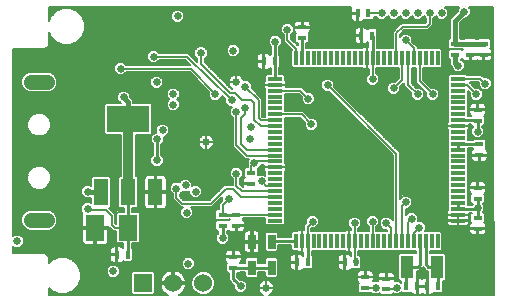
<source format=gbl>
G75*
%MOIN*%
%OFA0B0*%
%FSLAX25Y25*%
%IPPOS*%
%LPD*%
%AMOC8*
5,1,8,0,0,1.08239X$1,22.5*
%
%ADD10R,0.01800X0.03000*%
%ADD11R,0.03000X0.01800*%
%ADD12R,0.04331X0.07480*%
%ADD13R,0.02500X0.05000*%
%ADD14R,0.04724X0.01260*%
%ADD15R,0.01260X0.04724*%
%ADD16R,0.06299X0.08661*%
%ADD17C,0.05118*%
%ADD18R,0.04800X0.08800*%
%ADD19R,0.14173X0.08661*%
%ADD20R,0.06000X0.06000*%
%ADD21C,0.06000*%
%ADD22C,0.00600*%
%ADD23C,0.02600*%
%ADD24C,0.03200*%
%ADD25C,0.01000*%
%ADD26C,0.01600*%
D10*
X0046282Y0027500D03*
X0049882Y0027500D03*
X0106282Y0025000D03*
X0109882Y0025000D03*
X0122282Y0025000D03*
X0125882Y0025000D03*
X0142782Y0017000D03*
X0146382Y0017000D03*
X0149782Y0017000D03*
X0153382Y0017000D03*
X0098882Y0092000D03*
X0095282Y0092000D03*
X0126534Y0108000D03*
X0130134Y0108000D03*
X0131382Y0100500D03*
X0127782Y0100500D03*
D11*
X0108082Y0099700D03*
X0108082Y0103300D03*
X0159082Y0097800D03*
X0164082Y0097800D03*
X0168582Y0097800D03*
X0168582Y0094200D03*
X0164082Y0094200D03*
X0159082Y0094200D03*
X0166582Y0075800D03*
X0166582Y0072200D03*
X0167082Y0064300D03*
X0167082Y0060700D03*
X0166582Y0049800D03*
X0166582Y0046200D03*
X0166582Y0039800D03*
X0166582Y0036200D03*
X0136082Y0019548D03*
X0136082Y0015948D03*
X0129082Y0016452D03*
X0129082Y0020052D03*
X0086082Y0037200D03*
X0081582Y0037200D03*
X0081582Y0040800D03*
X0086082Y0040800D03*
X0091082Y0051200D03*
X0091082Y0054800D03*
X0085082Y0026800D03*
X0085082Y0023200D03*
D12*
X0143161Y0023500D03*
X0153004Y0023500D03*
D13*
X0097882Y0023200D03*
X0091282Y0023200D03*
X0091282Y0031800D03*
X0097882Y0031800D03*
D14*
X0099071Y0038878D03*
X0099071Y0040846D03*
X0099071Y0042815D03*
X0099071Y0044783D03*
X0099071Y0046752D03*
X0099071Y0048720D03*
X0099071Y0050689D03*
X0099071Y0052657D03*
X0099071Y0054626D03*
X0099071Y0056594D03*
X0099071Y0058563D03*
X0099071Y0060531D03*
X0099071Y0062500D03*
X0099071Y0064469D03*
X0099071Y0066437D03*
X0099071Y0068406D03*
X0099071Y0070374D03*
X0099071Y0072343D03*
X0099071Y0074311D03*
X0099071Y0076280D03*
X0099071Y0078248D03*
X0099071Y0080217D03*
X0099071Y0082185D03*
X0099071Y0084154D03*
X0099071Y0086122D03*
X0160094Y0086122D03*
X0160094Y0084154D03*
X0160094Y0082185D03*
X0160094Y0080217D03*
X0160094Y0078248D03*
X0160094Y0076280D03*
X0160094Y0074311D03*
X0160094Y0072343D03*
X0160094Y0070374D03*
X0160094Y0068406D03*
X0160094Y0066437D03*
X0160094Y0064469D03*
X0160094Y0062500D03*
X0160094Y0060531D03*
X0160094Y0058563D03*
X0160094Y0056594D03*
X0160094Y0054626D03*
X0160094Y0052657D03*
X0160094Y0050689D03*
X0160094Y0048720D03*
X0160094Y0046752D03*
X0160094Y0044783D03*
X0160094Y0042815D03*
X0160094Y0040846D03*
X0160094Y0038878D03*
D15*
X0153204Y0031988D03*
X0151236Y0031988D03*
X0149267Y0031988D03*
X0147299Y0031988D03*
X0145330Y0031988D03*
X0143362Y0031988D03*
X0141393Y0031988D03*
X0139425Y0031988D03*
X0137456Y0031988D03*
X0135488Y0031988D03*
X0133519Y0031988D03*
X0131551Y0031988D03*
X0129582Y0031988D03*
X0127614Y0031988D03*
X0125645Y0031988D03*
X0123677Y0031988D03*
X0121708Y0031988D03*
X0119740Y0031988D03*
X0117771Y0031988D03*
X0115803Y0031988D03*
X0113834Y0031988D03*
X0111866Y0031988D03*
X0109897Y0031988D03*
X0107929Y0031988D03*
X0105960Y0031988D03*
X0105960Y0093012D03*
X0107929Y0093012D03*
X0109897Y0093012D03*
X0111866Y0093012D03*
X0113834Y0093012D03*
X0115803Y0093012D03*
X0117771Y0093012D03*
X0119740Y0093012D03*
X0121708Y0093012D03*
X0123677Y0093012D03*
X0125645Y0093012D03*
X0127614Y0093012D03*
X0129582Y0093012D03*
X0131551Y0093012D03*
X0133519Y0093012D03*
X0135488Y0093012D03*
X0137456Y0093012D03*
X0139425Y0093012D03*
X0141393Y0093012D03*
X0143362Y0093012D03*
X0145330Y0093012D03*
X0147299Y0093012D03*
X0149267Y0093012D03*
X0151236Y0093012D03*
X0153204Y0093012D03*
D16*
X0050094Y0036500D03*
X0039071Y0036500D03*
D17*
X0022968Y0038969D02*
X0017850Y0038969D01*
X0017850Y0085031D02*
X0022968Y0085031D01*
D18*
X0040982Y0048300D03*
X0050082Y0048300D03*
X0059182Y0048300D03*
D19*
X0050082Y0072701D03*
D20*
X0055082Y0018000D03*
D21*
X0065082Y0018000D03*
X0075082Y0018000D03*
D22*
X0023682Y0016230D02*
X0023682Y0014100D01*
X0063265Y0014100D01*
X0062829Y0014322D01*
X0062281Y0014720D01*
X0061803Y0015199D01*
X0061405Y0015746D01*
X0061097Y0016349D01*
X0060888Y0016993D01*
X0060782Y0017662D01*
X0060782Y0017700D01*
X0064782Y0017700D01*
X0064782Y0018300D01*
X0060782Y0018300D01*
X0060782Y0018338D01*
X0060888Y0019007D01*
X0061097Y0019651D01*
X0061405Y0020254D01*
X0061803Y0020801D01*
X0062281Y0021280D01*
X0062829Y0021678D01*
X0063432Y0021985D01*
X0064075Y0022194D01*
X0064744Y0022300D01*
X0064782Y0022300D01*
X0064782Y0018300D01*
X0065382Y0018300D01*
X0065382Y0022300D01*
X0065421Y0022300D01*
X0066089Y0022194D01*
X0066733Y0021985D01*
X0067336Y0021678D01*
X0067884Y0021280D01*
X0068362Y0020801D01*
X0068760Y0020254D01*
X0069067Y0019651D01*
X0069277Y0019007D01*
X0069382Y0018338D01*
X0069382Y0018300D01*
X0065382Y0018300D01*
X0065382Y0017700D01*
X0069382Y0017700D01*
X0069382Y0017662D01*
X0069277Y0016993D01*
X0069067Y0016349D01*
X0068760Y0015746D01*
X0068362Y0015199D01*
X0067884Y0014720D01*
X0067336Y0014322D01*
X0066900Y0014100D01*
X0095082Y0014100D01*
X0094851Y0014196D01*
X0094425Y0014480D01*
X0094063Y0014843D01*
X0093778Y0015268D01*
X0093582Y0015742D01*
X0093482Y0016244D01*
X0093482Y0016500D01*
X0096082Y0016500D01*
X0096082Y0016500D01*
X0093482Y0016500D01*
X0093482Y0016756D01*
X0093582Y0017258D01*
X0093778Y0017732D01*
X0094063Y0018157D01*
X0094425Y0018520D01*
X0094851Y0018804D01*
X0095324Y0019000D01*
X0095826Y0019100D01*
X0096082Y0019100D01*
X0096082Y0016500D01*
X0096082Y0016500D01*
X0096082Y0019100D01*
X0096338Y0019100D01*
X0096841Y0019000D01*
X0097314Y0018804D01*
X0097740Y0018520D01*
X0098102Y0018157D01*
X0098386Y0017732D01*
X0098582Y0017258D01*
X0098682Y0016756D01*
X0098682Y0016500D01*
X0096083Y0016500D01*
X0096083Y0016500D01*
X0098682Y0016500D01*
X0098682Y0016244D01*
X0098582Y0015742D01*
X0098386Y0015268D01*
X0098102Y0014843D01*
X0097740Y0014480D01*
X0097314Y0014196D01*
X0097082Y0014100D01*
X0172082Y0014100D01*
X0172082Y0038548D01*
X0171871Y0038548D01*
X0171695Y0038724D01*
X0171695Y0109900D01*
X0163794Y0109900D01*
X0164282Y0109411D01*
X0164282Y0107589D01*
X0162994Y0106300D01*
X0162287Y0106300D01*
X0160782Y0104796D01*
X0160782Y0099600D01*
X0160955Y0099600D01*
X0161055Y0099500D01*
X0162110Y0099500D01*
X0162210Y0099600D01*
X0165955Y0099600D01*
X0166055Y0099500D01*
X0166610Y0099500D01*
X0166710Y0099600D01*
X0170455Y0099600D01*
X0170982Y0099073D01*
X0170982Y0096527D01*
X0170700Y0096245D01*
X0170881Y0096140D01*
X0171123Y0095898D01*
X0171294Y0095602D01*
X0171382Y0095271D01*
X0171382Y0094350D01*
X0168732Y0094350D01*
X0168732Y0094050D01*
X0168732Y0092000D01*
X0170254Y0092000D01*
X0170584Y0092089D01*
X0170881Y0092260D01*
X0171123Y0092502D01*
X0171294Y0092798D01*
X0171382Y0093129D01*
X0171382Y0094050D01*
X0168732Y0094050D01*
X0168432Y0094050D01*
X0164232Y0094050D01*
X0164232Y0092000D01*
X0165754Y0092000D01*
X0166084Y0092089D01*
X0166332Y0092232D01*
X0166581Y0092089D01*
X0166911Y0092000D01*
X0168432Y0092000D01*
X0168432Y0094050D01*
X0168432Y0094350D01*
X0166882Y0094350D01*
X0164232Y0094350D01*
X0164232Y0094050D01*
X0163932Y0094050D01*
X0163932Y0092000D01*
X0162411Y0092000D01*
X0162081Y0092089D01*
X0161784Y0092260D01*
X0161542Y0092502D01*
X0161371Y0092798D01*
X0161367Y0092812D01*
X0161124Y0092569D01*
X0162282Y0091411D01*
X0162282Y0089589D01*
X0160994Y0088300D01*
X0159171Y0088300D01*
X0157882Y0089589D01*
X0157882Y0090296D01*
X0157382Y0090796D01*
X0157382Y0092400D01*
X0157210Y0092400D01*
X0156682Y0092927D01*
X0156682Y0095473D01*
X0157210Y0096000D01*
X0160955Y0096000D01*
X0161367Y0095588D01*
X0161371Y0095602D01*
X0161542Y0095898D01*
X0161744Y0096100D01*
X0161055Y0096100D01*
X0160955Y0096000D01*
X0157210Y0096000D01*
X0156682Y0096527D01*
X0156682Y0099073D01*
X0157210Y0099600D01*
X0157382Y0099600D01*
X0157382Y0106204D01*
X0159882Y0108704D01*
X0159882Y0109411D01*
X0160371Y0109900D01*
X0155794Y0109900D01*
X0156782Y0108911D01*
X0156782Y0107089D01*
X0155494Y0105800D01*
X0153671Y0105800D01*
X0152582Y0106889D01*
X0151782Y0106089D01*
X0151782Y0104003D01*
X0151079Y0103300D01*
X0150079Y0102300D01*
X0142079Y0102300D01*
X0140625Y0100845D01*
X0140625Y0100154D01*
X0141671Y0101200D01*
X0143494Y0101200D01*
X0144782Y0099911D01*
X0144782Y0098497D01*
X0146530Y0096749D01*
X0146530Y0096274D01*
X0154207Y0096274D01*
X0154734Y0095747D01*
X0154734Y0090277D01*
X0154207Y0089750D01*
X0148499Y0089750D01*
X0148499Y0085781D01*
X0151079Y0083200D01*
X0152494Y0083200D01*
X0153782Y0081911D01*
X0153782Y0080089D01*
X0152494Y0078800D01*
X0150671Y0078800D01*
X0149382Y0080089D01*
X0149382Y0081503D01*
X0146099Y0084786D01*
X0146099Y0089750D01*
X0144562Y0089750D01*
X0144562Y0084718D01*
X0146079Y0083200D01*
X0147494Y0083200D01*
X0148782Y0081911D01*
X0148782Y0080089D01*
X0147494Y0078800D01*
X0145671Y0078800D01*
X0144382Y0080089D01*
X0144382Y0081503D01*
X0142162Y0083723D01*
X0142162Y0084882D01*
X0140782Y0083503D01*
X0140782Y0082089D01*
X0139494Y0080800D01*
X0137671Y0080800D01*
X0136382Y0082089D01*
X0136382Y0083911D01*
X0137671Y0085200D01*
X0139085Y0085200D01*
X0140193Y0086308D01*
X0140193Y0089750D01*
X0132751Y0089750D01*
X0132751Y0087943D01*
X0133782Y0086911D01*
X0133782Y0085089D01*
X0132494Y0083800D01*
X0130671Y0083800D01*
X0129382Y0085089D01*
X0129382Y0086911D01*
X0130351Y0087880D01*
X0130351Y0089350D01*
X0129597Y0089350D01*
X0129597Y0092997D01*
X0129567Y0092997D01*
X0129567Y0089350D01*
X0128781Y0089350D01*
X0128451Y0089438D01*
X0128154Y0089609D01*
X0128014Y0089750D01*
X0104958Y0089750D01*
X0104430Y0090277D01*
X0104430Y0095747D01*
X0104534Y0095851D01*
X0102585Y0097800D01*
X0101882Y0098503D01*
X0101882Y0100589D01*
X0100882Y0101589D01*
X0100882Y0103411D01*
X0102171Y0104700D01*
X0103994Y0104700D01*
X0105282Y0103411D01*
X0105282Y0101589D01*
X0104282Y0100589D01*
X0104282Y0099497D01*
X0106529Y0097251D01*
X0106529Y0097900D01*
X0106210Y0097900D01*
X0105682Y0098427D01*
X0105682Y0100973D01*
X0105965Y0101255D01*
X0105784Y0101360D01*
X0105542Y0101602D01*
X0105371Y0101898D01*
X0105282Y0102229D01*
X0105282Y0103150D01*
X0107932Y0103150D01*
X0107932Y0103450D01*
X0105282Y0103450D01*
X0105282Y0104371D01*
X0105371Y0104702D01*
X0105542Y0104998D01*
X0105784Y0105240D01*
X0106081Y0105411D01*
X0106411Y0105500D01*
X0107932Y0105500D01*
X0107932Y0103450D01*
X0108232Y0103450D01*
X0108232Y0105500D01*
X0109754Y0105500D01*
X0110084Y0105411D01*
X0110381Y0105240D01*
X0110623Y0104998D01*
X0110794Y0104702D01*
X0110882Y0104371D01*
X0110882Y0103450D01*
X0108232Y0103450D01*
X0108232Y0103150D01*
X0110882Y0103150D01*
X0110882Y0102229D01*
X0110794Y0101898D01*
X0110623Y0101602D01*
X0110381Y0101360D01*
X0110200Y0101255D01*
X0110482Y0100973D01*
X0110482Y0098427D01*
X0109955Y0097900D01*
X0109329Y0097900D01*
X0109329Y0096274D01*
X0128014Y0096274D01*
X0128154Y0096414D01*
X0128451Y0096585D01*
X0128781Y0096674D01*
X0129567Y0096674D01*
X0129567Y0093027D01*
X0129597Y0093027D01*
X0129597Y0096674D01*
X0130151Y0096674D01*
X0130151Y0098100D01*
X0130110Y0098100D01*
X0129827Y0098383D01*
X0129723Y0098202D01*
X0129481Y0097960D01*
X0129184Y0097789D01*
X0128854Y0097700D01*
X0127932Y0097700D01*
X0127932Y0100350D01*
X0127632Y0100350D01*
X0125582Y0100350D01*
X0125582Y0098829D01*
X0125671Y0098498D01*
X0125842Y0098202D01*
X0126084Y0097960D01*
X0126381Y0097789D01*
X0126711Y0097700D01*
X0127632Y0097700D01*
X0127632Y0100350D01*
X0127632Y0100650D01*
X0125582Y0100650D01*
X0125582Y0102171D01*
X0125671Y0102502D01*
X0125842Y0102798D01*
X0126084Y0103040D01*
X0126381Y0103211D01*
X0126711Y0103300D01*
X0127632Y0103300D01*
X0127632Y0100650D01*
X0127932Y0100650D01*
X0127932Y0103300D01*
X0128854Y0103300D01*
X0129184Y0103211D01*
X0129481Y0103040D01*
X0129723Y0102798D01*
X0129827Y0102617D01*
X0130110Y0102900D01*
X0132655Y0102900D01*
X0133182Y0102373D01*
X0133182Y0098627D01*
X0132951Y0098396D01*
X0132951Y0096274D01*
X0138225Y0096274D01*
X0138225Y0101840D01*
X0140382Y0103997D01*
X0141085Y0104700D01*
X0149085Y0104700D01*
X0149382Y0104997D01*
X0149382Y0106089D01*
X0148582Y0106889D01*
X0147494Y0105800D01*
X0145671Y0105800D01*
X0144582Y0106889D01*
X0143494Y0105800D01*
X0141671Y0105800D01*
X0140582Y0106889D01*
X0139494Y0105800D01*
X0137671Y0105800D01*
X0136582Y0106889D01*
X0135494Y0105800D01*
X0133671Y0105800D01*
X0132671Y0106800D01*
X0131934Y0106800D01*
X0131934Y0106127D01*
X0131407Y0105600D01*
X0128862Y0105600D01*
X0128579Y0105883D01*
X0128475Y0105702D01*
X0128233Y0105460D01*
X0127936Y0105289D01*
X0127606Y0105200D01*
X0126684Y0105200D01*
X0126684Y0107850D01*
X0126384Y0107850D01*
X0124334Y0107850D01*
X0124334Y0106329D01*
X0124423Y0105998D01*
X0124594Y0105702D01*
X0124836Y0105460D01*
X0125133Y0105289D01*
X0125463Y0105200D01*
X0126384Y0105200D01*
X0126384Y0107850D01*
X0126384Y0108150D01*
X0124334Y0108150D01*
X0124334Y0109671D01*
X0124396Y0109900D01*
X0023682Y0109900D01*
X0023682Y0105276D01*
X0024385Y0106973D01*
X0026110Y0108697D01*
X0028363Y0109631D01*
X0030802Y0109631D01*
X0033055Y0108697D01*
X0034780Y0106973D01*
X0035713Y0104719D01*
X0035713Y0102281D01*
X0034780Y0100027D01*
X0033055Y0098303D01*
X0030802Y0097369D01*
X0028363Y0097369D01*
X0026110Y0098303D01*
X0024385Y0100027D01*
X0023682Y0101724D01*
X0023682Y0097130D01*
X0022452Y0095900D01*
X0011682Y0095900D01*
X0011682Y0033711D01*
X0012171Y0034200D01*
X0013994Y0034200D01*
X0015282Y0032911D01*
X0015282Y0031089D01*
X0013994Y0029800D01*
X0012171Y0029800D01*
X0011682Y0030289D01*
X0011682Y0028100D01*
X0022452Y0028100D01*
X0023682Y0026870D01*
X0023682Y0024770D01*
X0024610Y0025697D01*
X0026863Y0026631D01*
X0029302Y0026631D01*
X0031555Y0025697D01*
X0033280Y0023973D01*
X0034213Y0021719D01*
X0034213Y0019281D01*
X0033280Y0017027D01*
X0031555Y0015303D01*
X0029302Y0014369D01*
X0026863Y0014369D01*
X0024610Y0015303D01*
X0023682Y0016230D01*
X0023682Y0015915D02*
X0023998Y0015915D01*
X0023682Y0015316D02*
X0024596Y0015316D01*
X0023682Y0014718D02*
X0026022Y0014718D01*
X0023682Y0014119D02*
X0051691Y0014119D01*
X0051710Y0014100D02*
X0058455Y0014100D01*
X0058982Y0014627D01*
X0058982Y0021373D01*
X0058455Y0021900D01*
X0051710Y0021900D01*
X0051182Y0021373D01*
X0051182Y0014627D01*
X0051710Y0014100D01*
X0051182Y0014718D02*
X0030143Y0014718D01*
X0031569Y0015316D02*
X0051182Y0015316D01*
X0051182Y0015915D02*
X0032167Y0015915D01*
X0032766Y0016513D02*
X0051182Y0016513D01*
X0051182Y0017112D02*
X0033315Y0017112D01*
X0033563Y0017710D02*
X0051182Y0017710D01*
X0051182Y0018309D02*
X0033811Y0018309D01*
X0034058Y0018907D02*
X0051182Y0018907D01*
X0051182Y0019506D02*
X0034213Y0019506D01*
X0034213Y0020104D02*
X0043867Y0020104D01*
X0044171Y0019800D02*
X0045994Y0019800D01*
X0047282Y0021089D01*
X0047282Y0022911D01*
X0045994Y0024200D01*
X0044171Y0024200D01*
X0042882Y0022911D01*
X0042882Y0021089D01*
X0044171Y0019800D01*
X0043268Y0020703D02*
X0034213Y0020703D01*
X0034213Y0021301D02*
X0042882Y0021301D01*
X0042882Y0021900D02*
X0034138Y0021900D01*
X0033891Y0022498D02*
X0042882Y0022498D01*
X0043068Y0023097D02*
X0033643Y0023097D01*
X0033395Y0023695D02*
X0043666Y0023695D01*
X0044584Y0024960D02*
X0044881Y0024789D01*
X0045211Y0024700D01*
X0046132Y0024700D01*
X0046132Y0027350D01*
X0044082Y0027350D01*
X0044082Y0025829D01*
X0044171Y0025498D01*
X0044342Y0025202D01*
X0044584Y0024960D01*
X0044701Y0024892D02*
X0032360Y0024892D01*
X0032959Y0024294D02*
X0067882Y0024294D01*
X0067882Y0024892D02*
X0047864Y0024892D01*
X0047981Y0024960D02*
X0047684Y0024789D01*
X0047354Y0024700D01*
X0046432Y0024700D01*
X0046432Y0027350D01*
X0046132Y0027350D01*
X0046132Y0027650D01*
X0044082Y0027650D01*
X0044082Y0029171D01*
X0044171Y0029502D01*
X0044342Y0029798D01*
X0044584Y0030040D01*
X0044881Y0030211D01*
X0045211Y0030300D01*
X0046132Y0030300D01*
X0046132Y0027650D01*
X0046432Y0027650D01*
X0046432Y0030300D01*
X0047354Y0030300D01*
X0047684Y0030211D01*
X0047981Y0030040D01*
X0048223Y0029798D01*
X0048327Y0029617D01*
X0048482Y0029773D01*
X0048482Y0031269D01*
X0046572Y0031269D01*
X0046045Y0031796D01*
X0046045Y0035300D01*
X0045085Y0035300D01*
X0044085Y0036300D01*
X0043520Y0036865D01*
X0043520Y0036800D01*
X0039371Y0036800D01*
X0039371Y0036200D01*
X0043520Y0036200D01*
X0043520Y0031998D01*
X0043432Y0031668D01*
X0043260Y0031371D01*
X0043018Y0031129D01*
X0042722Y0030958D01*
X0042391Y0030869D01*
X0039371Y0030869D01*
X0039371Y0036200D01*
X0038771Y0036200D01*
X0038771Y0030869D01*
X0035750Y0030869D01*
X0035419Y0030958D01*
X0035123Y0031129D01*
X0034881Y0031371D01*
X0034710Y0031668D01*
X0034621Y0031998D01*
X0034621Y0036200D01*
X0038771Y0036200D01*
X0038771Y0036800D01*
X0034621Y0036800D01*
X0034621Y0041002D01*
X0034710Y0041332D01*
X0034788Y0041469D01*
X0034382Y0041874D01*
X0034382Y0043697D01*
X0035671Y0044985D01*
X0037494Y0044985D01*
X0037682Y0044797D01*
X0037682Y0046489D01*
X0037494Y0046300D01*
X0035671Y0046300D01*
X0034382Y0047589D01*
X0034382Y0049411D01*
X0035671Y0050700D01*
X0037494Y0050700D01*
X0037682Y0050511D01*
X0037682Y0053073D01*
X0038210Y0053600D01*
X0043755Y0053600D01*
X0044282Y0053073D01*
X0044282Y0043527D01*
X0043767Y0043012D01*
X0043782Y0042997D01*
X0045782Y0040997D01*
X0045782Y0037997D01*
X0046045Y0037735D01*
X0046045Y0041203D01*
X0046572Y0041731D01*
X0048694Y0041731D01*
X0048694Y0043000D01*
X0047310Y0043000D01*
X0046782Y0043527D01*
X0046782Y0053073D01*
X0047310Y0053600D01*
X0047582Y0053600D01*
X0047582Y0067470D01*
X0042623Y0067470D01*
X0042096Y0067997D01*
X0042096Y0077404D01*
X0042623Y0077931D01*
X0047540Y0077931D01*
X0046382Y0079089D01*
X0046382Y0080911D01*
X0047671Y0082200D01*
X0049494Y0082200D01*
X0050782Y0080911D01*
X0050782Y0080204D01*
X0051782Y0079204D01*
X0051782Y0077931D01*
X0057542Y0077931D01*
X0058069Y0077404D01*
X0058069Y0067997D01*
X0057542Y0067470D01*
X0052582Y0067470D01*
X0052582Y0053600D01*
X0052855Y0053600D01*
X0053382Y0053073D01*
X0053382Y0043527D01*
X0052855Y0043000D01*
X0051494Y0043000D01*
X0051494Y0041731D01*
X0053617Y0041731D01*
X0054144Y0041203D01*
X0054144Y0031796D01*
X0053617Y0031269D01*
X0051282Y0031269D01*
X0051282Y0029773D01*
X0051682Y0029373D01*
X0051682Y0025627D01*
X0051155Y0025100D01*
X0048610Y0025100D01*
X0048327Y0025383D01*
X0048223Y0025202D01*
X0047981Y0024960D01*
X0046432Y0024892D02*
X0046132Y0024892D01*
X0046132Y0025491D02*
X0046432Y0025491D01*
X0046432Y0026089D02*
X0046132Y0026089D01*
X0046132Y0026688D02*
X0046432Y0026688D01*
X0046432Y0027286D02*
X0046132Y0027286D01*
X0046132Y0027885D02*
X0046432Y0027885D01*
X0046432Y0028483D02*
X0046132Y0028483D01*
X0046132Y0029082D02*
X0046432Y0029082D01*
X0046432Y0029680D02*
X0046132Y0029680D01*
X0046132Y0030279D02*
X0046432Y0030279D01*
X0047432Y0030279D02*
X0048482Y0030279D01*
X0048482Y0030877D02*
X0042422Y0030877D01*
X0043321Y0031476D02*
X0046365Y0031476D01*
X0046045Y0032074D02*
X0043520Y0032074D01*
X0043520Y0032673D02*
X0046045Y0032673D01*
X0046045Y0033271D02*
X0043520Y0033271D01*
X0043520Y0033870D02*
X0046045Y0033870D01*
X0046045Y0034468D02*
X0043520Y0034468D01*
X0043520Y0035067D02*
X0046045Y0035067D01*
X0044720Y0035666D02*
X0043520Y0035666D01*
X0044121Y0036264D02*
X0039371Y0036264D01*
X0039371Y0035666D02*
X0038771Y0035666D01*
X0038771Y0036264D02*
X0025156Y0036264D01*
X0024928Y0036036D02*
X0025901Y0037009D01*
X0026427Y0038280D01*
X0026427Y0039657D01*
X0025901Y0040928D01*
X0024928Y0041901D01*
X0023656Y0042428D01*
X0017162Y0042428D01*
X0015891Y0041901D01*
X0014918Y0040928D01*
X0014391Y0039657D01*
X0014391Y0038280D01*
X0014918Y0037009D01*
X0015891Y0036036D01*
X0017162Y0035509D01*
X0023656Y0035509D01*
X0024928Y0036036D01*
X0024033Y0035666D02*
X0034621Y0035666D01*
X0034621Y0035067D02*
X0011682Y0035067D01*
X0011682Y0035666D02*
X0016785Y0035666D01*
X0015663Y0036264D02*
X0011682Y0036264D01*
X0011682Y0036863D02*
X0015064Y0036863D01*
X0014730Y0037461D02*
X0011682Y0037461D01*
X0011682Y0038060D02*
X0014483Y0038060D01*
X0014391Y0038658D02*
X0011682Y0038658D01*
X0011682Y0039257D02*
X0014391Y0039257D01*
X0014473Y0039855D02*
X0011682Y0039855D01*
X0011682Y0040454D02*
X0014721Y0040454D01*
X0015042Y0041052D02*
X0011682Y0041052D01*
X0011682Y0041651D02*
X0015640Y0041651D01*
X0016731Y0042249D02*
X0011682Y0042249D01*
X0011682Y0042848D02*
X0034382Y0042848D01*
X0034382Y0043446D02*
X0011682Y0043446D01*
X0011682Y0044045D02*
X0034730Y0044045D01*
X0035329Y0044643D02*
X0011682Y0044643D01*
X0011682Y0045242D02*
X0037682Y0045242D01*
X0037682Y0045840D02*
X0011682Y0045840D01*
X0011682Y0046439D02*
X0035532Y0046439D01*
X0034934Y0047037D02*
X0011682Y0047037D01*
X0011682Y0047636D02*
X0034382Y0047636D01*
X0034382Y0048234D02*
X0011682Y0048234D01*
X0011682Y0048833D02*
X0034382Y0048833D01*
X0034402Y0049431D02*
X0021813Y0049431D01*
X0021198Y0049176D02*
X0022655Y0049780D01*
X0023771Y0050896D01*
X0024375Y0052353D01*
X0024375Y0053930D01*
X0023771Y0055388D01*
X0022655Y0056503D01*
X0021198Y0057107D01*
X0019620Y0057107D01*
X0018163Y0056503D01*
X0017048Y0055388D01*
X0016444Y0053930D01*
X0016444Y0052353D01*
X0017048Y0050896D01*
X0018163Y0049780D01*
X0019620Y0049176D01*
X0021198Y0049176D01*
X0022905Y0050030D02*
X0035001Y0050030D01*
X0035599Y0050628D02*
X0023504Y0050628D01*
X0023908Y0051227D02*
X0037682Y0051227D01*
X0037682Y0051825D02*
X0024156Y0051825D01*
X0024375Y0052424D02*
X0037682Y0052424D01*
X0037682Y0053022D02*
X0024375Y0053022D01*
X0024375Y0053621D02*
X0047582Y0053621D01*
X0047582Y0054219D02*
X0024255Y0054219D01*
X0024007Y0054818D02*
X0047582Y0054818D01*
X0047582Y0055416D02*
X0023742Y0055416D01*
X0023144Y0056015D02*
X0047582Y0056015D01*
X0047582Y0056613D02*
X0022390Y0056613D01*
X0018429Y0056613D02*
X0011682Y0056613D01*
X0011682Y0056015D02*
X0017674Y0056015D01*
X0017076Y0055416D02*
X0011682Y0055416D01*
X0011682Y0054818D02*
X0016811Y0054818D01*
X0016563Y0054219D02*
X0011682Y0054219D01*
X0011682Y0053621D02*
X0016444Y0053621D01*
X0016444Y0053022D02*
X0011682Y0053022D01*
X0011682Y0052424D02*
X0016444Y0052424D01*
X0016662Y0051825D02*
X0011682Y0051825D01*
X0011682Y0051227D02*
X0016910Y0051227D01*
X0017315Y0050628D02*
X0011682Y0050628D01*
X0011682Y0050030D02*
X0017913Y0050030D01*
X0019005Y0049431D02*
X0011682Y0049431D01*
X0011682Y0057212D02*
X0047582Y0057212D01*
X0047582Y0057810D02*
X0011682Y0057810D01*
X0011682Y0058409D02*
X0047582Y0058409D01*
X0047582Y0059007D02*
X0011682Y0059007D01*
X0011682Y0059606D02*
X0047582Y0059606D01*
X0047582Y0060204D02*
X0011682Y0060204D01*
X0011682Y0060803D02*
X0047582Y0060803D01*
X0047582Y0061401D02*
X0011682Y0061401D01*
X0011682Y0062000D02*
X0047582Y0062000D01*
X0047582Y0062599D02*
X0011682Y0062599D01*
X0011682Y0063197D02*
X0047582Y0063197D01*
X0047582Y0063796D02*
X0011682Y0063796D01*
X0011682Y0064394D02*
X0047582Y0064394D01*
X0047582Y0064993D02*
X0011682Y0064993D01*
X0011682Y0065591D02*
X0047582Y0065591D01*
X0047582Y0066190D02*
X0011682Y0066190D01*
X0011682Y0066788D02*
X0047582Y0066788D01*
X0047582Y0067387D02*
X0022390Y0067387D01*
X0022655Y0067497D02*
X0023771Y0068612D01*
X0024375Y0070070D01*
X0024375Y0071647D01*
X0023771Y0073104D01*
X0022655Y0074220D01*
X0021198Y0074824D01*
X0019620Y0074824D01*
X0018163Y0074220D01*
X0017048Y0073104D01*
X0016444Y0071647D01*
X0016444Y0070070D01*
X0017048Y0068612D01*
X0018163Y0067497D01*
X0019620Y0066893D01*
X0021198Y0066893D01*
X0022655Y0067497D01*
X0023144Y0067985D02*
X0042108Y0067985D01*
X0042096Y0068584D02*
X0023742Y0068584D01*
X0024007Y0069182D02*
X0042096Y0069182D01*
X0042096Y0069781D02*
X0024255Y0069781D01*
X0024375Y0070379D02*
X0042096Y0070379D01*
X0042096Y0070978D02*
X0024375Y0070978D01*
X0024375Y0071576D02*
X0042096Y0071576D01*
X0042096Y0072175D02*
X0024156Y0072175D01*
X0023908Y0072773D02*
X0042096Y0072773D01*
X0042096Y0073372D02*
X0023504Y0073372D01*
X0022905Y0073970D02*
X0042096Y0073970D01*
X0042096Y0074569D02*
X0021813Y0074569D01*
X0019005Y0074569D02*
X0011682Y0074569D01*
X0011682Y0075167D02*
X0042096Y0075167D01*
X0042096Y0075766D02*
X0011682Y0075766D01*
X0011682Y0076364D02*
X0042096Y0076364D01*
X0042096Y0076963D02*
X0011682Y0076963D01*
X0011682Y0077561D02*
X0042253Y0077561D01*
X0046382Y0079357D02*
X0011682Y0079357D01*
X0011682Y0079955D02*
X0046382Y0079955D01*
X0046382Y0080554D02*
X0011682Y0080554D01*
X0011682Y0081152D02*
X0046623Y0081152D01*
X0047222Y0081751D02*
X0024087Y0081751D01*
X0023656Y0081572D02*
X0024928Y0082099D01*
X0025901Y0083072D01*
X0026427Y0084343D01*
X0026427Y0085720D01*
X0025901Y0086991D01*
X0024928Y0087964D01*
X0023656Y0088491D01*
X0017162Y0088491D01*
X0015891Y0087964D01*
X0014918Y0086991D01*
X0014391Y0085720D01*
X0014391Y0084343D01*
X0014918Y0083072D01*
X0015891Y0082099D01*
X0017162Y0081572D01*
X0023656Y0081572D01*
X0025178Y0082349D02*
X0063321Y0082349D01*
X0062882Y0081911D02*
X0064171Y0083200D01*
X0065994Y0083200D01*
X0067282Y0081911D01*
X0067282Y0080089D01*
X0066444Y0079250D01*
X0067282Y0078411D01*
X0067282Y0076589D01*
X0065994Y0075300D01*
X0064171Y0075300D01*
X0062882Y0076589D01*
X0062882Y0078411D01*
X0063721Y0079250D01*
X0062882Y0080089D01*
X0062882Y0081911D01*
X0062882Y0081751D02*
X0049943Y0081751D01*
X0050541Y0081152D02*
X0062882Y0081152D01*
X0062882Y0080554D02*
X0050782Y0080554D01*
X0051031Y0079955D02*
X0063016Y0079955D01*
X0063614Y0079357D02*
X0051630Y0079357D01*
X0051782Y0078758D02*
X0063229Y0078758D01*
X0062882Y0078160D02*
X0051782Y0078160D01*
X0047311Y0078160D02*
X0011682Y0078160D01*
X0011682Y0078758D02*
X0046713Y0078758D01*
X0057382Y0084089D02*
X0058671Y0082800D01*
X0060494Y0082800D01*
X0061782Y0084089D01*
X0061782Y0085911D01*
X0060494Y0087200D01*
X0058671Y0087200D01*
X0057382Y0085911D01*
X0057382Y0084089D01*
X0057382Y0084145D02*
X0026345Y0084145D01*
X0026427Y0084743D02*
X0057382Y0084743D01*
X0057382Y0085342D02*
X0026427Y0085342D01*
X0026336Y0085940D02*
X0057412Y0085940D01*
X0058010Y0086539D02*
X0026088Y0086539D01*
X0025754Y0087137D02*
X0058609Y0087137D01*
X0060556Y0087137D02*
X0071658Y0087137D01*
X0072221Y0086539D02*
X0061155Y0086539D01*
X0061753Y0085940D02*
X0072785Y0085940D01*
X0073348Y0085342D02*
X0061782Y0085342D01*
X0061782Y0084743D02*
X0073911Y0084743D01*
X0074475Y0084145D02*
X0061782Y0084145D01*
X0061240Y0083546D02*
X0075038Y0083546D01*
X0075601Y0082948D02*
X0066246Y0082948D01*
X0066844Y0082349D02*
X0076164Y0082349D01*
X0076728Y0081751D02*
X0067282Y0081751D01*
X0067282Y0081152D02*
X0076882Y0081152D01*
X0076882Y0081587D02*
X0076882Y0080089D01*
X0078171Y0078800D01*
X0079994Y0078800D01*
X0081282Y0080089D01*
X0081282Y0080521D01*
X0082382Y0079458D01*
X0082382Y0078089D01*
X0083671Y0076800D01*
X0084771Y0076800D01*
X0083882Y0075911D01*
X0083882Y0074089D01*
X0084882Y0073089D01*
X0084882Y0063503D01*
X0085585Y0062800D01*
X0089054Y0059331D01*
X0090303Y0059331D01*
X0089882Y0058911D01*
X0089882Y0056600D01*
X0089210Y0056600D01*
X0088682Y0056073D01*
X0088682Y0053527D01*
X0088965Y0053245D01*
X0088784Y0053140D01*
X0088542Y0052898D01*
X0088371Y0052602D01*
X0088282Y0052271D01*
X0088282Y0051350D01*
X0090932Y0051350D01*
X0090932Y0051050D01*
X0088282Y0051050D01*
X0088282Y0050129D01*
X0088331Y0049949D01*
X0087282Y0050997D01*
X0087282Y0052589D01*
X0088282Y0053589D01*
X0088282Y0055411D01*
X0086994Y0056700D01*
X0085171Y0056700D01*
X0083882Y0055411D01*
X0083882Y0053589D01*
X0084882Y0052589D01*
X0084882Y0050700D01*
X0082085Y0050700D01*
X0077085Y0045700D01*
X0068579Y0045700D01*
X0067282Y0046997D01*
X0067282Y0047589D01*
X0068193Y0048499D01*
X0068281Y0048410D01*
X0070104Y0048410D01*
X0070382Y0048689D01*
X0070382Y0047589D01*
X0071671Y0046300D01*
X0073494Y0046300D01*
X0074782Y0047589D01*
X0074782Y0049411D01*
X0073494Y0050700D01*
X0071671Y0050700D01*
X0071393Y0050421D01*
X0071393Y0051522D01*
X0070104Y0052810D01*
X0068281Y0052810D01*
X0067082Y0051611D01*
X0066994Y0051700D01*
X0065171Y0051700D01*
X0063882Y0050411D01*
X0063882Y0048589D01*
X0064882Y0047589D01*
X0064882Y0046003D01*
X0065585Y0045300D01*
X0067585Y0043300D01*
X0068271Y0043300D01*
X0067382Y0042411D01*
X0067382Y0040589D01*
X0068671Y0039300D01*
X0070494Y0039300D01*
X0071782Y0040589D01*
X0071782Y0042411D01*
X0070894Y0043300D01*
X0078079Y0043300D01*
X0078782Y0044003D01*
X0081382Y0046603D01*
X0081382Y0045497D01*
X0080382Y0044497D01*
X0080382Y0042600D01*
X0079710Y0042600D01*
X0079182Y0042073D01*
X0079182Y0039527D01*
X0079710Y0039000D01*
X0079182Y0038473D01*
X0079182Y0035927D01*
X0079710Y0035400D01*
X0080182Y0035400D01*
X0080182Y0034711D01*
X0079382Y0033911D01*
X0079382Y0032089D01*
X0080671Y0030800D01*
X0082494Y0030800D01*
X0083782Y0032089D01*
X0083782Y0033911D01*
X0082982Y0034711D01*
X0082982Y0035400D01*
X0083455Y0035400D01*
X0083550Y0035494D01*
X0083784Y0035260D01*
X0084081Y0035089D01*
X0084411Y0035000D01*
X0085932Y0035000D01*
X0085932Y0037050D01*
X0086232Y0037050D01*
X0086232Y0035000D01*
X0087754Y0035000D01*
X0088084Y0035089D01*
X0088381Y0035260D01*
X0088623Y0035502D01*
X0088794Y0035798D01*
X0088882Y0036129D01*
X0088882Y0037050D01*
X0086232Y0037050D01*
X0086232Y0037350D01*
X0088882Y0037350D01*
X0088882Y0038271D01*
X0088794Y0038602D01*
X0088623Y0038898D01*
X0088381Y0039140D01*
X0088200Y0039245D01*
X0088482Y0039527D01*
X0088482Y0039646D01*
X0095808Y0039646D01*
X0095808Y0037875D01*
X0096336Y0037348D01*
X0101806Y0037348D01*
X0102333Y0037875D01*
X0102333Y0055026D01*
X0102473Y0055166D01*
X0102644Y0055463D01*
X0102733Y0055793D01*
X0102733Y0056580D01*
X0099086Y0056580D01*
X0099086Y0056609D01*
X0102733Y0056609D01*
X0102733Y0057396D01*
X0102644Y0057726D01*
X0102473Y0058023D01*
X0102333Y0058163D01*
X0102333Y0073111D01*
X0107383Y0073111D01*
X0108882Y0071554D01*
X0108882Y0070089D01*
X0110171Y0068800D01*
X0111994Y0068800D01*
X0113282Y0070089D01*
X0113282Y0071911D01*
X0111994Y0073200D01*
X0110630Y0073200D01*
X0109093Y0074795D01*
X0109093Y0074808D01*
X0108750Y0075152D01*
X0108413Y0075501D01*
X0108400Y0075502D01*
X0108390Y0075511D01*
X0107904Y0075511D01*
X0107419Y0075520D01*
X0107410Y0075511D01*
X0102333Y0075511D01*
X0102333Y0080985D01*
X0106900Y0080985D01*
X0107882Y0080003D01*
X0107882Y0078589D01*
X0109171Y0077300D01*
X0110994Y0077300D01*
X0112282Y0078589D01*
X0112282Y0080411D01*
X0110994Y0081700D01*
X0109579Y0081700D01*
X0108597Y0082682D01*
X0107894Y0083385D01*
X0102733Y0083385D01*
X0102733Y0084139D01*
X0099086Y0084139D01*
X0099086Y0084169D01*
X0102733Y0084169D01*
X0102733Y0084955D01*
X0102644Y0085285D01*
X0102473Y0085582D01*
X0102333Y0085722D01*
X0102333Y0087125D01*
X0101806Y0087652D01*
X0100471Y0087652D01*
X0100471Y0089915D01*
X0100682Y0090127D01*
X0100682Y0093873D01*
X0100482Y0094073D01*
X0100482Y0096789D01*
X0101282Y0097589D01*
X0101282Y0099411D01*
X0099994Y0100700D01*
X0098171Y0100700D01*
X0096882Y0099411D01*
X0096882Y0097589D01*
X0097682Y0096789D01*
X0097682Y0094400D01*
X0097610Y0094400D01*
X0097327Y0094117D01*
X0097223Y0094298D01*
X0096981Y0094540D01*
X0096684Y0094711D01*
X0096354Y0094800D01*
X0095432Y0094800D01*
X0095432Y0092150D01*
X0095132Y0092150D01*
X0095132Y0091850D01*
X0093082Y0091850D01*
X0093082Y0090329D01*
X0093171Y0089998D01*
X0093342Y0089702D01*
X0093584Y0089460D01*
X0093881Y0089289D01*
X0094211Y0089200D01*
X0095132Y0089200D01*
X0095132Y0091850D01*
X0095432Y0091850D01*
X0095432Y0089200D01*
X0096354Y0089200D01*
X0096684Y0089289D01*
X0096981Y0089460D01*
X0097223Y0089702D01*
X0097327Y0089883D01*
X0097610Y0089600D01*
X0097671Y0089600D01*
X0097671Y0087652D01*
X0096336Y0087652D01*
X0095808Y0087125D01*
X0095808Y0085722D01*
X0095668Y0085582D01*
X0095497Y0085285D01*
X0095408Y0084955D01*
X0095408Y0084169D01*
X0099056Y0084169D01*
X0099056Y0084139D01*
X0095408Y0084139D01*
X0095408Y0083352D01*
X0095497Y0083022D01*
X0095668Y0082725D01*
X0095808Y0082585D01*
X0095808Y0073543D01*
X0094782Y0073543D01*
X0094782Y0079497D01*
X0091282Y0082997D01*
X0091282Y0084411D01*
X0089994Y0085700D01*
X0088594Y0085700D01*
X0088582Y0085758D01*
X0088386Y0086232D01*
X0088102Y0086657D01*
X0087740Y0087020D01*
X0087314Y0087304D01*
X0086841Y0087500D01*
X0086338Y0087600D01*
X0086082Y0087600D01*
X0085826Y0087600D01*
X0085324Y0087500D01*
X0084851Y0087304D01*
X0084425Y0087020D01*
X0084063Y0086657D01*
X0083778Y0086232D01*
X0083582Y0085758D01*
X0083482Y0085256D01*
X0083482Y0085000D01*
X0083482Y0084744D01*
X0083582Y0084242D01*
X0083778Y0083768D01*
X0084063Y0083343D01*
X0084425Y0082980D01*
X0084845Y0082700D01*
X0084579Y0082700D01*
X0075582Y0091697D01*
X0075582Y0092789D01*
X0076582Y0093789D01*
X0076582Y0095611D01*
X0075294Y0096900D01*
X0073471Y0096900D01*
X0072182Y0095611D01*
X0072182Y0093789D01*
X0073182Y0092789D01*
X0073182Y0091689D01*
X0070423Y0094356D01*
X0070079Y0094700D01*
X0070068Y0094700D01*
X0070059Y0094708D01*
X0069572Y0094700D01*
X0060494Y0094700D01*
X0059494Y0095700D01*
X0057671Y0095700D01*
X0056382Y0094411D01*
X0056382Y0092589D01*
X0057671Y0091300D01*
X0059494Y0091300D01*
X0060494Y0092300D01*
X0069097Y0092300D01*
X0070741Y0090711D01*
X0070622Y0090714D01*
X0070606Y0090700D01*
X0049494Y0090700D01*
X0048494Y0091700D01*
X0046671Y0091700D01*
X0045382Y0090411D01*
X0045382Y0088589D01*
X0046671Y0087300D01*
X0048494Y0087300D01*
X0049494Y0088300D01*
X0070564Y0088300D01*
X0076882Y0081587D01*
X0076882Y0080554D02*
X0067282Y0080554D01*
X0067149Y0079955D02*
X0077016Y0079955D01*
X0077614Y0079357D02*
X0066550Y0079357D01*
X0066935Y0078758D02*
X0082382Y0078758D01*
X0082382Y0078160D02*
X0067282Y0078160D01*
X0067282Y0077561D02*
X0082910Y0077561D01*
X0083508Y0076963D02*
X0067282Y0076963D01*
X0067058Y0076364D02*
X0084335Y0076364D01*
X0083882Y0075766D02*
X0066459Y0075766D01*
X0063705Y0075766D02*
X0058069Y0075766D01*
X0058069Y0076364D02*
X0063107Y0076364D01*
X0062882Y0076963D02*
X0058069Y0076963D01*
X0057912Y0077561D02*
X0062882Y0077561D01*
X0058069Y0075167D02*
X0083882Y0075167D01*
X0083882Y0074569D02*
X0058069Y0074569D01*
X0058069Y0073970D02*
X0084001Y0073970D01*
X0084599Y0073372D02*
X0058069Y0073372D01*
X0058069Y0072773D02*
X0084882Y0072773D01*
X0084882Y0072175D02*
X0058069Y0072175D01*
X0058069Y0071576D02*
X0084882Y0071576D01*
X0084882Y0070978D02*
X0062716Y0070978D01*
X0062494Y0071200D02*
X0060671Y0071200D01*
X0059382Y0069911D01*
X0059382Y0068200D01*
X0058921Y0068200D01*
X0057632Y0066911D01*
X0057632Y0065089D01*
X0058294Y0064427D01*
X0058286Y0060715D01*
X0057482Y0059911D01*
X0057482Y0058089D01*
X0058771Y0056800D01*
X0060594Y0056800D01*
X0061882Y0058089D01*
X0061882Y0059911D01*
X0061086Y0060708D01*
X0061094Y0064150D01*
X0062032Y0065089D01*
X0062032Y0066800D01*
X0062494Y0066800D01*
X0063782Y0068089D01*
X0063782Y0069911D01*
X0062494Y0071200D01*
X0063314Y0070379D02*
X0084882Y0070379D01*
X0084882Y0069781D02*
X0063782Y0069781D01*
X0063782Y0069182D02*
X0084882Y0069182D01*
X0084882Y0068584D02*
X0063782Y0068584D01*
X0063679Y0067985D02*
X0084882Y0067985D01*
X0084882Y0067387D02*
X0077115Y0067387D01*
X0077314Y0067304D02*
X0076841Y0067500D01*
X0076338Y0067600D01*
X0076082Y0067600D01*
X0075826Y0067600D01*
X0075324Y0067500D01*
X0074851Y0067304D01*
X0074425Y0067020D01*
X0074063Y0066657D01*
X0073778Y0066232D01*
X0073582Y0065758D01*
X0073482Y0065256D01*
X0073482Y0065000D01*
X0073482Y0064744D01*
X0073582Y0064242D01*
X0073778Y0063768D01*
X0074063Y0063343D01*
X0074425Y0062980D01*
X0074851Y0062696D01*
X0075324Y0062500D01*
X0075826Y0062400D01*
X0076082Y0062400D01*
X0076082Y0065000D01*
X0073482Y0065000D01*
X0076082Y0065000D01*
X0076082Y0065000D01*
X0076082Y0067600D01*
X0076082Y0065000D01*
X0076082Y0065000D01*
X0076082Y0065000D01*
X0076082Y0062400D01*
X0076338Y0062400D01*
X0076841Y0062500D01*
X0077314Y0062696D01*
X0077740Y0062980D01*
X0078102Y0063343D01*
X0078386Y0063768D01*
X0078582Y0064242D01*
X0078682Y0064744D01*
X0078682Y0065000D01*
X0078682Y0065256D01*
X0078582Y0065758D01*
X0078386Y0066232D01*
X0078102Y0066657D01*
X0077740Y0067020D01*
X0077314Y0067304D01*
X0077971Y0066788D02*
X0084882Y0066788D01*
X0084882Y0066190D02*
X0078404Y0066190D01*
X0078616Y0065591D02*
X0084882Y0065591D01*
X0084882Y0064993D02*
X0078682Y0064993D01*
X0078682Y0065000D02*
X0076083Y0065000D01*
X0078682Y0065000D01*
X0078613Y0064394D02*
X0084882Y0064394D01*
X0084882Y0063796D02*
X0078398Y0063796D01*
X0077956Y0063197D02*
X0085188Y0063197D01*
X0085787Y0062599D02*
X0077079Y0062599D01*
X0076082Y0062599D02*
X0076082Y0062599D01*
X0076082Y0063197D02*
X0076082Y0063197D01*
X0076082Y0063796D02*
X0076082Y0063796D01*
X0076082Y0064394D02*
X0076082Y0064394D01*
X0076082Y0064993D02*
X0076082Y0064993D01*
X0076083Y0065000D02*
X0076083Y0065000D01*
X0076082Y0065591D02*
X0076082Y0065591D01*
X0076082Y0066190D02*
X0076082Y0066190D01*
X0076082Y0066788D02*
X0076082Y0066788D01*
X0076082Y0067387D02*
X0076082Y0067387D01*
X0075050Y0067387D02*
X0063080Y0067387D01*
X0062032Y0066788D02*
X0074194Y0066788D01*
X0073761Y0066190D02*
X0062032Y0066190D01*
X0062032Y0065591D02*
X0073549Y0065591D01*
X0073482Y0064993D02*
X0061936Y0064993D01*
X0061338Y0064394D02*
X0073552Y0064394D01*
X0073767Y0063796D02*
X0061093Y0063796D01*
X0061092Y0063197D02*
X0074208Y0063197D01*
X0075086Y0062599D02*
X0061090Y0062599D01*
X0061089Y0062000D02*
X0086385Y0062000D01*
X0086984Y0061401D02*
X0061088Y0061401D01*
X0061086Y0060803D02*
X0087582Y0060803D01*
X0088181Y0060204D02*
X0061589Y0060204D01*
X0061882Y0059606D02*
X0088779Y0059606D01*
X0089551Y0060531D02*
X0086082Y0064000D01*
X0086082Y0075000D01*
X0087582Y0073000D02*
X0089082Y0074500D01*
X0089082Y0076500D01*
X0088082Y0079000D02*
X0085582Y0081500D01*
X0084082Y0081500D01*
X0074382Y0091200D01*
X0074382Y0094700D01*
X0072686Y0096115D02*
X0022667Y0096115D01*
X0023266Y0096714D02*
X0073285Y0096714D01*
X0072182Y0095517D02*
X0059677Y0095517D01*
X0060276Y0094918D02*
X0072182Y0094918D01*
X0072182Y0094320D02*
X0070461Y0094320D01*
X0071080Y0093721D02*
X0072250Y0093721D01*
X0071699Y0093123D02*
X0072849Y0093123D01*
X0073182Y0092524D02*
X0072319Y0092524D01*
X0072938Y0091926D02*
X0073182Y0091926D01*
X0075582Y0091926D02*
X0095132Y0091926D01*
X0095132Y0092150D02*
X0093082Y0092150D01*
X0093082Y0093671D01*
X0093171Y0094002D01*
X0093342Y0094298D01*
X0093584Y0094540D01*
X0093881Y0094711D01*
X0094211Y0094800D01*
X0095132Y0094800D01*
X0095132Y0092150D01*
X0095132Y0092524D02*
X0095432Y0092524D01*
X0095432Y0093123D02*
X0095132Y0093123D01*
X0095132Y0093721D02*
X0095432Y0093721D01*
X0095432Y0094320D02*
X0095132Y0094320D01*
X0093364Y0094320D02*
X0087013Y0094320D01*
X0087282Y0094589D02*
X0085994Y0093300D01*
X0084171Y0093300D01*
X0082882Y0094589D01*
X0082882Y0096411D01*
X0084171Y0097700D01*
X0085994Y0097700D01*
X0087282Y0096411D01*
X0087282Y0094589D01*
X0087282Y0094918D02*
X0097682Y0094918D01*
X0097682Y0095517D02*
X0087282Y0095517D01*
X0087282Y0096115D02*
X0097682Y0096115D01*
X0097682Y0096714D02*
X0086980Y0096714D01*
X0086381Y0097312D02*
X0097159Y0097312D01*
X0096882Y0097911D02*
X0032109Y0097911D01*
X0033262Y0098509D02*
X0096882Y0098509D01*
X0096882Y0099108D02*
X0033860Y0099108D01*
X0034459Y0099706D02*
X0097177Y0099706D01*
X0097776Y0100305D02*
X0034895Y0100305D01*
X0035143Y0100903D02*
X0101568Y0100903D01*
X0101882Y0100305D02*
X0100389Y0100305D01*
X0100987Y0099706D02*
X0101882Y0099706D01*
X0101882Y0099108D02*
X0101282Y0099108D01*
X0101282Y0098509D02*
X0101882Y0098509D01*
X0102475Y0097911D02*
X0101282Y0097911D01*
X0101006Y0097312D02*
X0103073Y0097312D01*
X0103672Y0096714D02*
X0100482Y0096714D01*
X0100482Y0096115D02*
X0104270Y0096115D01*
X0104430Y0095517D02*
X0100482Y0095517D01*
X0100482Y0094918D02*
X0104430Y0094918D01*
X0104430Y0094320D02*
X0100482Y0094320D01*
X0100682Y0093721D02*
X0104430Y0093721D01*
X0104430Y0093123D02*
X0100682Y0093123D01*
X0100682Y0092524D02*
X0104430Y0092524D01*
X0104430Y0091926D02*
X0100682Y0091926D01*
X0100682Y0091327D02*
X0104430Y0091327D01*
X0104430Y0090729D02*
X0100682Y0090729D01*
X0100682Y0090130D02*
X0104577Y0090130D01*
X0105960Y0093012D02*
X0105960Y0096122D01*
X0103082Y0099000D01*
X0103082Y0102500D01*
X0104597Y0100903D02*
X0105682Y0100903D01*
X0105682Y0100305D02*
X0104282Y0100305D01*
X0104282Y0099706D02*
X0105682Y0099706D01*
X0105682Y0099108D02*
X0104672Y0099108D01*
X0105270Y0098509D02*
X0105682Y0098509D01*
X0105869Y0097911D02*
X0106199Y0097911D01*
X0106467Y0097312D02*
X0106529Y0097312D01*
X0109329Y0097312D02*
X0130151Y0097312D01*
X0130151Y0096714D02*
X0109329Y0096714D01*
X0109966Y0097911D02*
X0126169Y0097911D01*
X0125668Y0098509D02*
X0110482Y0098509D01*
X0110482Y0099108D02*
X0125582Y0099108D01*
X0125582Y0099706D02*
X0110482Y0099706D01*
X0110482Y0100305D02*
X0125582Y0100305D01*
X0125582Y0100903D02*
X0110482Y0100903D01*
X0110523Y0101502D02*
X0125582Y0101502D01*
X0125582Y0102100D02*
X0110848Y0102100D01*
X0110882Y0102699D02*
X0125785Y0102699D01*
X0126701Y0103297D02*
X0108232Y0103297D01*
X0107932Y0103297D02*
X0105282Y0103297D01*
X0105282Y0102699D02*
X0105282Y0102699D01*
X0105282Y0102100D02*
X0105317Y0102100D01*
X0105195Y0101502D02*
X0105642Y0101502D01*
X0105282Y0103896D02*
X0104798Y0103896D01*
X0105315Y0104494D02*
X0104199Y0104494D01*
X0105637Y0105093D02*
X0067786Y0105093D01*
X0067494Y0104800D02*
X0068782Y0106089D01*
X0068782Y0107911D01*
X0067494Y0109200D01*
X0065671Y0109200D01*
X0064382Y0107911D01*
X0064382Y0106089D01*
X0065671Y0104800D01*
X0067494Y0104800D01*
X0068385Y0105691D02*
X0124605Y0105691D01*
X0124345Y0106290D02*
X0068782Y0106290D01*
X0068782Y0106888D02*
X0124334Y0106888D01*
X0124334Y0107487D02*
X0068782Y0107487D01*
X0068608Y0108085D02*
X0126384Y0108085D01*
X0126384Y0107487D02*
X0126684Y0107487D01*
X0126684Y0106888D02*
X0126384Y0106888D01*
X0126384Y0106290D02*
X0126684Y0106290D01*
X0126684Y0105691D02*
X0126384Y0105691D01*
X0128464Y0105691D02*
X0128770Y0105691D01*
X0128864Y0103297D02*
X0139683Y0103297D01*
X0140281Y0103896D02*
X0110882Y0103896D01*
X0110849Y0104494D02*
X0140880Y0104494D01*
X0141582Y0103500D02*
X0149582Y0103500D01*
X0150582Y0104500D01*
X0150582Y0108000D01*
X0149181Y0106290D02*
X0147983Y0106290D01*
X0148582Y0106888D02*
X0148583Y0106888D01*
X0149382Y0105691D02*
X0131498Y0105691D01*
X0131934Y0106290D02*
X0133181Y0106290D01*
X0134582Y0108000D02*
X0130134Y0108000D01*
X0124334Y0108684D02*
X0068010Y0108684D01*
X0065155Y0108684D02*
X0033069Y0108684D01*
X0033667Y0108085D02*
X0064556Y0108085D01*
X0064382Y0107487D02*
X0034266Y0107487D01*
X0034815Y0106888D02*
X0064382Y0106888D01*
X0064382Y0106290D02*
X0035063Y0106290D01*
X0035311Y0105691D02*
X0064780Y0105691D01*
X0065378Y0105093D02*
X0035558Y0105093D01*
X0035713Y0104494D02*
X0101965Y0104494D01*
X0101367Y0103896D02*
X0035713Y0103896D01*
X0035713Y0103297D02*
X0100882Y0103297D01*
X0100882Y0102699D02*
X0035713Y0102699D01*
X0035638Y0102100D02*
X0100882Y0102100D01*
X0100969Y0101502D02*
X0035391Y0101502D01*
X0027056Y0097911D02*
X0023682Y0097911D01*
X0023682Y0098509D02*
X0025903Y0098509D01*
X0025305Y0099108D02*
X0023682Y0099108D01*
X0023682Y0099706D02*
X0024706Y0099706D01*
X0024270Y0100305D02*
X0023682Y0100305D01*
X0023682Y0100903D02*
X0024022Y0100903D01*
X0023774Y0101502D02*
X0023682Y0101502D01*
X0023682Y0105691D02*
X0023854Y0105691D01*
X0023682Y0106290D02*
X0024102Y0106290D01*
X0024350Y0106888D02*
X0023682Y0106888D01*
X0023682Y0107487D02*
X0024899Y0107487D01*
X0025498Y0108085D02*
X0023682Y0108085D01*
X0023682Y0108684D02*
X0026096Y0108684D01*
X0027522Y0109282D02*
X0023682Y0109282D01*
X0023682Y0109881D02*
X0124391Y0109881D01*
X0124334Y0109282D02*
X0031643Y0109282D01*
X0023682Y0097312D02*
X0083783Y0097312D01*
X0083185Y0096714D02*
X0075480Y0096714D01*
X0076079Y0096115D02*
X0082882Y0096115D01*
X0082882Y0095517D02*
X0076582Y0095517D01*
X0076582Y0094918D02*
X0082882Y0094918D01*
X0083152Y0094320D02*
X0076582Y0094320D01*
X0076515Y0093721D02*
X0083750Y0093721D01*
X0086415Y0093721D02*
X0093096Y0093721D01*
X0093082Y0093123D02*
X0075916Y0093123D01*
X0075582Y0092524D02*
X0093082Y0092524D01*
X0093082Y0091327D02*
X0075952Y0091327D01*
X0076551Y0090729D02*
X0093082Y0090729D01*
X0093136Y0090130D02*
X0077149Y0090130D01*
X0077748Y0089532D02*
X0093512Y0089532D01*
X0095132Y0089532D02*
X0095432Y0089532D01*
X0095432Y0090130D02*
X0095132Y0090130D01*
X0095132Y0090729D02*
X0095432Y0090729D01*
X0095432Y0091327D02*
X0095132Y0091327D01*
X0097052Y0089532D02*
X0097671Y0089532D01*
X0097671Y0088933D02*
X0078346Y0088933D01*
X0078945Y0088334D02*
X0097671Y0088334D01*
X0097671Y0087736D02*
X0079543Y0087736D01*
X0080142Y0087137D02*
X0084601Y0087137D01*
X0083984Y0086539D02*
X0080740Y0086539D01*
X0081339Y0085940D02*
X0083658Y0085940D01*
X0083499Y0085342D02*
X0081937Y0085342D01*
X0082536Y0084743D02*
X0083482Y0084743D01*
X0083482Y0085000D02*
X0086082Y0085000D01*
X0086082Y0085000D01*
X0083482Y0085000D01*
X0083622Y0084145D02*
X0083135Y0084145D01*
X0083733Y0083546D02*
X0083927Y0083546D01*
X0084332Y0082948D02*
X0084474Y0082948D01*
X0086082Y0085000D02*
X0086082Y0087600D01*
X0086082Y0085000D01*
X0086082Y0085000D01*
X0086082Y0085342D02*
X0086082Y0085342D01*
X0086082Y0085940D02*
X0086082Y0085940D01*
X0086082Y0086539D02*
X0086082Y0086539D01*
X0086082Y0087137D02*
X0086082Y0087137D01*
X0087563Y0087137D02*
X0095821Y0087137D01*
X0095808Y0086539D02*
X0088181Y0086539D01*
X0088507Y0085940D02*
X0095808Y0085940D01*
X0095530Y0085342D02*
X0090352Y0085342D01*
X0090950Y0084743D02*
X0095408Y0084743D01*
X0095408Y0083546D02*
X0091282Y0083546D01*
X0091282Y0084145D02*
X0099056Y0084145D01*
X0099086Y0084145D02*
X0114382Y0084145D01*
X0114382Y0084743D02*
X0102733Y0084743D01*
X0102611Y0085342D02*
X0114813Y0085342D01*
X0114382Y0084911D02*
X0114382Y0083089D01*
X0115671Y0081800D01*
X0117085Y0081800D01*
X0138225Y0060660D01*
X0138225Y0038969D01*
X0136994Y0040200D01*
X0135171Y0040200D01*
X0133882Y0038911D01*
X0133882Y0037089D01*
X0135171Y0035800D01*
X0136382Y0035800D01*
X0136382Y0035250D01*
X0132782Y0035250D01*
X0132782Y0036589D01*
X0133782Y0037589D01*
X0133782Y0039411D01*
X0132494Y0040700D01*
X0130671Y0040700D01*
X0129382Y0039411D01*
X0129382Y0037589D01*
X0130382Y0036589D01*
X0130382Y0035250D01*
X0126845Y0035250D01*
X0126845Y0036152D01*
X0127782Y0037089D01*
X0127782Y0038911D01*
X0126494Y0040200D01*
X0124671Y0040200D01*
X0123382Y0038911D01*
X0123382Y0037089D01*
X0124445Y0036026D01*
X0124445Y0035650D01*
X0123692Y0035650D01*
X0123692Y0032003D01*
X0123662Y0032003D01*
X0123662Y0035650D01*
X0122876Y0035650D01*
X0122545Y0035562D01*
X0122249Y0035391D01*
X0122108Y0035250D01*
X0111097Y0035250D01*
X0111097Y0036300D01*
X0112494Y0036300D01*
X0113782Y0037589D01*
X0113782Y0039411D01*
X0112494Y0040700D01*
X0110671Y0040700D01*
X0109382Y0039411D01*
X0109382Y0037997D01*
X0108697Y0037312D01*
X0108697Y0035650D01*
X0107944Y0035650D01*
X0107944Y0032003D01*
X0107914Y0032003D01*
X0107914Y0035650D01*
X0107128Y0035650D01*
X0106797Y0035562D01*
X0106501Y0035391D01*
X0106360Y0035250D01*
X0104958Y0035250D01*
X0104430Y0034723D01*
X0104430Y0033388D01*
X0100032Y0033388D01*
X0100032Y0034673D01*
X0099505Y0035200D01*
X0096260Y0035200D01*
X0095732Y0034673D01*
X0095732Y0028927D01*
X0096260Y0028400D01*
X0099505Y0028400D01*
X0100032Y0028927D01*
X0100032Y0030588D01*
X0104430Y0030588D01*
X0104430Y0029253D01*
X0104958Y0028726D01*
X0106360Y0028726D01*
X0106501Y0028586D01*
X0106797Y0028415D01*
X0107128Y0028326D01*
X0107914Y0028326D01*
X0107914Y0031973D01*
X0107944Y0031973D01*
X0107944Y0028326D01*
X0108497Y0028326D01*
X0108497Y0027288D01*
X0108327Y0027117D01*
X0108223Y0027298D01*
X0107981Y0027540D01*
X0107684Y0027711D01*
X0107354Y0027800D01*
X0106432Y0027800D01*
X0106432Y0025150D01*
X0106132Y0025150D01*
X0106132Y0024850D01*
X0104082Y0024850D01*
X0104082Y0023329D01*
X0104171Y0022998D01*
X0104342Y0022702D01*
X0104584Y0022460D01*
X0104881Y0022289D01*
X0105211Y0022200D01*
X0106132Y0022200D01*
X0106132Y0024850D01*
X0106432Y0024850D01*
X0106432Y0022200D01*
X0107354Y0022200D01*
X0107684Y0022289D01*
X0107981Y0022460D01*
X0108223Y0022702D01*
X0108327Y0022883D01*
X0108610Y0022600D01*
X0111155Y0022600D01*
X0111682Y0023127D01*
X0111682Y0026873D01*
X0111297Y0027258D01*
X0111297Y0028726D01*
X0122108Y0028726D01*
X0122249Y0028586D01*
X0122545Y0028415D01*
X0122876Y0028326D01*
X0123662Y0028326D01*
X0123662Y0031973D01*
X0123692Y0031973D01*
X0123692Y0028326D01*
X0124445Y0028326D01*
X0124445Y0027236D01*
X0124327Y0027117D01*
X0124223Y0027298D01*
X0123981Y0027540D01*
X0123684Y0027711D01*
X0123354Y0027800D01*
X0122432Y0027800D01*
X0122432Y0025150D01*
X0122132Y0025150D01*
X0122132Y0024850D01*
X0120082Y0024850D01*
X0120082Y0023329D01*
X0120171Y0022998D01*
X0120342Y0022702D01*
X0120584Y0022460D01*
X0120881Y0022289D01*
X0121211Y0022200D01*
X0122132Y0022200D01*
X0122132Y0024850D01*
X0122432Y0024850D01*
X0122432Y0022200D01*
X0123354Y0022200D01*
X0123684Y0022289D01*
X0123981Y0022460D01*
X0124223Y0022702D01*
X0124327Y0022883D01*
X0124610Y0022600D01*
X0127155Y0022600D01*
X0127682Y0023127D01*
X0127682Y0026873D01*
X0127155Y0027400D01*
X0126845Y0027400D01*
X0126845Y0028726D01*
X0145899Y0028726D01*
X0145899Y0027940D01*
X0145699Y0028140D01*
X0140623Y0028140D01*
X0140096Y0027613D01*
X0140096Y0019387D01*
X0140623Y0018860D01*
X0140982Y0018860D01*
X0140982Y0018211D01*
X0140494Y0018700D01*
X0138882Y0018700D01*
X0138882Y0019398D01*
X0136232Y0019398D01*
X0136232Y0019698D01*
X0135932Y0019698D01*
X0135932Y0019398D01*
X0133282Y0019398D01*
X0133282Y0018700D01*
X0131807Y0018700D01*
X0131882Y0018981D01*
X0131882Y0019902D01*
X0129232Y0019902D01*
X0129232Y0020202D01*
X0128932Y0020202D01*
X0128932Y0019902D01*
X0126282Y0019902D01*
X0126282Y0018981D01*
X0126371Y0018650D01*
X0126542Y0018354D01*
X0126784Y0018112D01*
X0126965Y0018007D01*
X0126682Y0017725D01*
X0126682Y0015179D01*
X0127210Y0014652D01*
X0130955Y0014652D01*
X0131137Y0014834D01*
X0131671Y0014300D01*
X0133494Y0014300D01*
X0133776Y0014582D01*
X0134210Y0014148D01*
X0137955Y0014148D01*
X0138389Y0014582D01*
X0138671Y0014300D01*
X0140494Y0014300D01*
X0141152Y0014958D01*
X0141510Y0014600D01*
X0144055Y0014600D01*
X0144338Y0014883D01*
X0144442Y0014702D01*
X0144684Y0014460D01*
X0144981Y0014289D01*
X0145311Y0014200D01*
X0146232Y0014200D01*
X0146232Y0016850D01*
X0146532Y0016850D01*
X0146532Y0014200D01*
X0147454Y0014200D01*
X0147784Y0014289D01*
X0148081Y0014460D01*
X0148082Y0014462D01*
X0148084Y0014460D01*
X0148381Y0014289D01*
X0148711Y0014200D01*
X0149632Y0014200D01*
X0149632Y0016850D01*
X0147582Y0016850D01*
X0146532Y0016850D01*
X0146532Y0017150D01*
X0146232Y0017150D01*
X0146232Y0019800D01*
X0146226Y0019800D01*
X0146226Y0022100D01*
X0147162Y0022100D01*
X0148332Y0023270D01*
X0148682Y0022920D01*
X0149502Y0022100D01*
X0149938Y0022100D01*
X0149938Y0019800D01*
X0149932Y0019800D01*
X0149932Y0017150D01*
X0149632Y0017150D01*
X0149632Y0016850D01*
X0149932Y0016850D01*
X0149932Y0014200D01*
X0150854Y0014200D01*
X0151184Y0014289D01*
X0151481Y0014460D01*
X0151723Y0014702D01*
X0151827Y0014883D01*
X0152110Y0014600D01*
X0154655Y0014600D01*
X0155182Y0015127D01*
X0155182Y0018860D01*
X0155542Y0018860D01*
X0156069Y0019387D01*
X0156069Y0027613D01*
X0155542Y0028140D01*
X0150667Y0028140D01*
X0150667Y0028726D01*
X0154207Y0028726D01*
X0154734Y0029253D01*
X0154734Y0034723D01*
X0154207Y0035250D01*
X0148944Y0035250D01*
X0149282Y0035589D01*
X0149282Y0037411D01*
X0147994Y0038700D01*
X0146782Y0038700D01*
X0146782Y0040411D01*
X0145494Y0041700D01*
X0143671Y0041700D01*
X0142593Y0040622D01*
X0142593Y0042800D01*
X0143494Y0042800D01*
X0144782Y0044089D01*
X0144782Y0045911D01*
X0143494Y0047200D01*
X0141671Y0047200D01*
X0140625Y0046154D01*
X0140625Y0061655D01*
X0118782Y0083497D01*
X0118782Y0084911D01*
X0117494Y0086200D01*
X0115671Y0086200D01*
X0114382Y0084911D01*
X0114382Y0083546D02*
X0102733Y0083546D01*
X0099071Y0082185D02*
X0107397Y0082185D01*
X0110082Y0079500D01*
X0107882Y0079357D02*
X0102333Y0079357D01*
X0102333Y0079955D02*
X0107882Y0079955D01*
X0107331Y0080554D02*
X0102333Y0080554D01*
X0102333Y0078758D02*
X0107882Y0078758D01*
X0108311Y0078160D02*
X0102333Y0078160D01*
X0102333Y0077561D02*
X0108910Y0077561D01*
X0111255Y0077561D02*
X0121324Y0077561D01*
X0121923Y0076963D02*
X0102333Y0076963D01*
X0102333Y0076364D02*
X0122521Y0076364D01*
X0123120Y0075766D02*
X0102333Y0075766D01*
X0099071Y0074311D02*
X0107893Y0074311D01*
X0111082Y0071000D01*
X0108882Y0070978D02*
X0102333Y0070978D01*
X0102333Y0071576D02*
X0108861Y0071576D01*
X0108285Y0072175D02*
X0102333Y0072175D01*
X0102333Y0072773D02*
X0107708Y0072773D01*
X0109311Y0074569D02*
X0124317Y0074569D01*
X0124915Y0073970D02*
X0109888Y0073970D01*
X0110464Y0073372D02*
X0125514Y0073372D01*
X0126112Y0072773D02*
X0112420Y0072773D01*
X0113019Y0072175D02*
X0126711Y0072175D01*
X0127309Y0071576D02*
X0113282Y0071576D01*
X0113282Y0070978D02*
X0127908Y0070978D01*
X0128506Y0070379D02*
X0113282Y0070379D01*
X0112974Y0069781D02*
X0129105Y0069781D01*
X0129703Y0069182D02*
X0112376Y0069182D01*
X0109789Y0069182D02*
X0102333Y0069182D01*
X0102333Y0068584D02*
X0130302Y0068584D01*
X0130900Y0067985D02*
X0102333Y0067985D01*
X0102333Y0067387D02*
X0131499Y0067387D01*
X0132097Y0066788D02*
X0102333Y0066788D01*
X0102333Y0066190D02*
X0132696Y0066190D01*
X0133294Y0065591D02*
X0102333Y0065591D01*
X0102333Y0064993D02*
X0133893Y0064993D01*
X0134491Y0064394D02*
X0102333Y0064394D01*
X0102333Y0063796D02*
X0135090Y0063796D01*
X0135688Y0063197D02*
X0102333Y0063197D01*
X0102333Y0062599D02*
X0136287Y0062599D01*
X0136885Y0062000D02*
X0102333Y0062000D01*
X0102333Y0061401D02*
X0137484Y0061401D01*
X0138082Y0060803D02*
X0102333Y0060803D01*
X0102333Y0060204D02*
X0138225Y0060204D01*
X0138225Y0059606D02*
X0102333Y0059606D01*
X0102333Y0059007D02*
X0138225Y0059007D01*
X0138225Y0058409D02*
X0102333Y0058409D01*
X0102596Y0057810D02*
X0138225Y0057810D01*
X0138225Y0057212D02*
X0102733Y0057212D01*
X0102733Y0056613D02*
X0138225Y0056613D01*
X0138225Y0056015D02*
X0102733Y0056015D01*
X0102617Y0055416D02*
X0138225Y0055416D01*
X0138225Y0054818D02*
X0102333Y0054818D01*
X0102333Y0054219D02*
X0138225Y0054219D01*
X0138225Y0053621D02*
X0102333Y0053621D01*
X0102333Y0053022D02*
X0138225Y0053022D01*
X0138225Y0052424D02*
X0102333Y0052424D01*
X0102333Y0051825D02*
X0138225Y0051825D01*
X0138225Y0051227D02*
X0102333Y0051227D01*
X0102333Y0050628D02*
X0138225Y0050628D01*
X0138225Y0050030D02*
X0102333Y0050030D01*
X0102333Y0049431D02*
X0138225Y0049431D01*
X0138225Y0048833D02*
X0102333Y0048833D01*
X0102333Y0048234D02*
X0138225Y0048234D01*
X0138225Y0047636D02*
X0102333Y0047636D01*
X0102333Y0047037D02*
X0138225Y0047037D01*
X0138225Y0046439D02*
X0102333Y0046439D01*
X0102333Y0045840D02*
X0138225Y0045840D01*
X0138225Y0045242D02*
X0102333Y0045242D01*
X0102333Y0044643D02*
X0138225Y0044643D01*
X0138225Y0044045D02*
X0102333Y0044045D01*
X0102333Y0043446D02*
X0138225Y0043446D01*
X0138225Y0042848D02*
X0102333Y0042848D01*
X0102333Y0042249D02*
X0138225Y0042249D01*
X0138225Y0041651D02*
X0102333Y0041651D01*
X0102333Y0041052D02*
X0138225Y0041052D01*
X0138225Y0040454D02*
X0132740Y0040454D01*
X0133339Y0039855D02*
X0134826Y0039855D01*
X0134228Y0039257D02*
X0133782Y0039257D01*
X0133782Y0038658D02*
X0133882Y0038658D01*
X0133882Y0038060D02*
X0133782Y0038060D01*
X0133882Y0037461D02*
X0133655Y0037461D01*
X0134109Y0036863D02*
X0133056Y0036863D01*
X0132782Y0036264D02*
X0134707Y0036264D01*
X0136382Y0035666D02*
X0132782Y0035666D01*
X0130382Y0035666D02*
X0126845Y0035666D01*
X0126958Y0036264D02*
X0130382Y0036264D01*
X0130109Y0036863D02*
X0127556Y0036863D01*
X0127782Y0037461D02*
X0129510Y0037461D01*
X0129382Y0038060D02*
X0127782Y0038060D01*
X0127782Y0038658D02*
X0129382Y0038658D01*
X0129382Y0039257D02*
X0127437Y0039257D01*
X0126839Y0039855D02*
X0129826Y0039855D01*
X0130425Y0040454D02*
X0112740Y0040454D01*
X0113339Y0039855D02*
X0124326Y0039855D01*
X0123728Y0039257D02*
X0113782Y0039257D01*
X0113782Y0038658D02*
X0123382Y0038658D01*
X0123382Y0038060D02*
X0113782Y0038060D01*
X0113655Y0037461D02*
X0123382Y0037461D01*
X0123609Y0036863D02*
X0113056Y0036863D01*
X0111097Y0036264D02*
X0124207Y0036264D01*
X0124445Y0035666D02*
X0111097Y0035666D01*
X0109897Y0036815D02*
X0111582Y0038500D01*
X0109382Y0038658D02*
X0102333Y0038658D01*
X0102333Y0038060D02*
X0109382Y0038060D01*
X0108846Y0037461D02*
X0101919Y0037461D01*
X0102333Y0039257D02*
X0109382Y0039257D01*
X0109826Y0039855D02*
X0102333Y0039855D01*
X0102333Y0040454D02*
X0110425Y0040454D01*
X0109897Y0036815D02*
X0109897Y0031988D01*
X0107944Y0032074D02*
X0107914Y0032074D01*
X0107914Y0031476D02*
X0107944Y0031476D01*
X0107914Y0030877D02*
X0107944Y0030877D01*
X0107914Y0030279D02*
X0107944Y0030279D01*
X0107914Y0029680D02*
X0107944Y0029680D01*
X0107914Y0029082D02*
X0107944Y0029082D01*
X0107914Y0028483D02*
X0107944Y0028483D01*
X0108497Y0027885D02*
X0087879Y0027885D01*
X0087882Y0027871D02*
X0087794Y0028202D01*
X0087623Y0028498D01*
X0087381Y0028740D01*
X0087084Y0028911D01*
X0086754Y0029000D01*
X0085232Y0029000D01*
X0085232Y0026950D01*
X0084932Y0026950D01*
X0084932Y0026650D01*
X0082282Y0026650D01*
X0082282Y0025729D01*
X0082371Y0025398D01*
X0082542Y0025102D01*
X0082784Y0024860D01*
X0082965Y0024755D01*
X0082682Y0024473D01*
X0082682Y0021927D01*
X0083210Y0021400D01*
X0083682Y0021400D01*
X0083682Y0018920D01*
X0085382Y0017220D01*
X0085382Y0016089D01*
X0086671Y0014800D01*
X0088494Y0014800D01*
X0089782Y0016089D01*
X0089782Y0017911D01*
X0088494Y0019200D01*
X0087362Y0019200D01*
X0086482Y0020080D01*
X0086482Y0021400D01*
X0086955Y0021400D01*
X0087355Y0021800D01*
X0089132Y0021800D01*
X0089132Y0020327D01*
X0089660Y0019800D01*
X0092905Y0019800D01*
X0093432Y0020327D01*
X0093432Y0021800D01*
X0095732Y0021800D01*
X0095732Y0020327D01*
X0096260Y0019800D01*
X0099505Y0019800D01*
X0100032Y0020327D01*
X0100032Y0026073D01*
X0099505Y0026600D01*
X0096260Y0026600D01*
X0095732Y0026073D01*
X0095732Y0024600D01*
X0093432Y0024600D01*
X0093432Y0026073D01*
X0092905Y0026600D01*
X0089660Y0026600D01*
X0089132Y0026073D01*
X0089132Y0024600D01*
X0087355Y0024600D01*
X0087200Y0024755D01*
X0087381Y0024860D01*
X0087623Y0025102D01*
X0087794Y0025398D01*
X0087882Y0025729D01*
X0087882Y0026650D01*
X0085232Y0026650D01*
X0085232Y0026950D01*
X0087882Y0026950D01*
X0087882Y0027871D01*
X0087882Y0027286D02*
X0104335Y0027286D01*
X0104342Y0027298D02*
X0104171Y0027002D01*
X0104082Y0026671D01*
X0104082Y0025150D01*
X0106132Y0025150D01*
X0106132Y0027800D01*
X0105211Y0027800D01*
X0104881Y0027711D01*
X0104584Y0027540D01*
X0104342Y0027298D01*
X0104087Y0026688D02*
X0085232Y0026688D01*
X0084932Y0026688D02*
X0071006Y0026688D01*
X0070994Y0026700D02*
X0069171Y0026700D01*
X0067882Y0025411D01*
X0067882Y0023589D01*
X0069171Y0022300D01*
X0070994Y0022300D01*
X0072282Y0023589D01*
X0072282Y0025411D01*
X0070994Y0026700D01*
X0071604Y0026089D02*
X0082282Y0026089D01*
X0082346Y0025491D02*
X0072203Y0025491D01*
X0072282Y0024892D02*
X0082752Y0024892D01*
X0082682Y0024294D02*
X0072282Y0024294D01*
X0072282Y0023695D02*
X0082682Y0023695D01*
X0082682Y0023097D02*
X0071790Y0023097D01*
X0071192Y0022498D02*
X0082682Y0022498D01*
X0082710Y0021900D02*
X0075859Y0021900D01*
X0075858Y0021900D02*
X0074307Y0021900D01*
X0072873Y0021306D01*
X0071776Y0020209D01*
X0071182Y0018776D01*
X0071182Y0017224D01*
X0071776Y0015791D01*
X0072873Y0014694D01*
X0074307Y0014100D01*
X0075858Y0014100D01*
X0077292Y0014694D01*
X0078389Y0015791D01*
X0078982Y0017224D01*
X0078982Y0018776D01*
X0078389Y0020209D01*
X0077292Y0021306D01*
X0075858Y0021900D01*
X0074306Y0021900D02*
X0066900Y0021900D01*
X0067854Y0021301D02*
X0072868Y0021301D01*
X0072270Y0020703D02*
X0068434Y0020703D01*
X0068836Y0020104D02*
X0071733Y0020104D01*
X0071485Y0019506D02*
X0069114Y0019506D01*
X0069292Y0018907D02*
X0071237Y0018907D01*
X0071182Y0018309D02*
X0069382Y0018309D01*
X0069295Y0017112D02*
X0071229Y0017112D01*
X0071182Y0017710D02*
X0065382Y0017710D01*
X0065382Y0018309D02*
X0064782Y0018309D01*
X0064782Y0018907D02*
X0065382Y0018907D01*
X0065382Y0019506D02*
X0064782Y0019506D01*
X0064782Y0020104D02*
X0065382Y0020104D01*
X0065382Y0020703D02*
X0064782Y0020703D01*
X0064782Y0021301D02*
X0065382Y0021301D01*
X0065382Y0021900D02*
X0064782Y0021900D01*
X0063265Y0021900D02*
X0058455Y0021900D01*
X0058982Y0021301D02*
X0062311Y0021301D01*
X0061731Y0020703D02*
X0058982Y0020703D01*
X0058982Y0020104D02*
X0061329Y0020104D01*
X0061050Y0019506D02*
X0058982Y0019506D01*
X0058982Y0018907D02*
X0060872Y0018907D01*
X0060782Y0018309D02*
X0058982Y0018309D01*
X0058982Y0017710D02*
X0064782Y0017710D01*
X0061717Y0015316D02*
X0058982Y0015316D01*
X0058982Y0014718D02*
X0062285Y0014718D01*
X0063228Y0014119D02*
X0058474Y0014119D01*
X0058982Y0015915D02*
X0061319Y0015915D01*
X0061044Y0016513D02*
X0058982Y0016513D01*
X0058982Y0017112D02*
X0060869Y0017112D01*
X0066937Y0014119D02*
X0074261Y0014119D01*
X0072849Y0014718D02*
X0067880Y0014718D01*
X0068448Y0015316D02*
X0072251Y0015316D01*
X0071725Y0015915D02*
X0068846Y0015915D01*
X0069121Y0016513D02*
X0071477Y0016513D01*
X0075904Y0014119D02*
X0095036Y0014119D01*
X0094188Y0014718D02*
X0077315Y0014718D01*
X0077914Y0015316D02*
X0086155Y0015316D01*
X0085556Y0015915D02*
X0078440Y0015915D01*
X0078688Y0016513D02*
X0085382Y0016513D01*
X0085382Y0017112D02*
X0078936Y0017112D01*
X0078982Y0017710D02*
X0084892Y0017710D01*
X0084294Y0018309D02*
X0078982Y0018309D01*
X0078928Y0018907D02*
X0083695Y0018907D01*
X0083682Y0019506D02*
X0078680Y0019506D01*
X0078432Y0020104D02*
X0083682Y0020104D01*
X0083682Y0020703D02*
X0077895Y0020703D01*
X0077297Y0021301D02*
X0083682Y0021301D01*
X0086482Y0021301D02*
X0089132Y0021301D01*
X0089132Y0020703D02*
X0086482Y0020703D01*
X0086482Y0020104D02*
X0089355Y0020104D01*
X0088786Y0018907D02*
X0095100Y0018907D01*
X0096082Y0018907D02*
X0096082Y0018907D01*
X0096082Y0018309D02*
X0096082Y0018309D01*
X0096082Y0017710D02*
X0096082Y0017710D01*
X0096082Y0017112D02*
X0096082Y0017112D01*
X0096082Y0016513D02*
X0096082Y0016513D01*
X0094214Y0018309D02*
X0089385Y0018309D01*
X0089782Y0017710D02*
X0093769Y0017710D01*
X0093553Y0017112D02*
X0089782Y0017112D01*
X0089782Y0016513D02*
X0093482Y0016513D01*
X0093548Y0015915D02*
X0089608Y0015915D01*
X0089010Y0015316D02*
X0093759Y0015316D01*
X0097128Y0014119D02*
X0172082Y0014119D01*
X0172082Y0014718D02*
X0154773Y0014718D01*
X0155182Y0015316D02*
X0172082Y0015316D01*
X0172082Y0015915D02*
X0155182Y0015915D01*
X0155182Y0016513D02*
X0172082Y0016513D01*
X0172082Y0017112D02*
X0155182Y0017112D01*
X0155182Y0017710D02*
X0172082Y0017710D01*
X0172082Y0018309D02*
X0155182Y0018309D01*
X0155589Y0018907D02*
X0172082Y0018907D01*
X0172082Y0019506D02*
X0156069Y0019506D01*
X0156069Y0020104D02*
X0172082Y0020104D01*
X0172082Y0020703D02*
X0156069Y0020703D01*
X0156069Y0021301D02*
X0172082Y0021301D01*
X0172082Y0021900D02*
X0156069Y0021900D01*
X0156069Y0022498D02*
X0172082Y0022498D01*
X0172082Y0023097D02*
X0156069Y0023097D01*
X0156069Y0023695D02*
X0172082Y0023695D01*
X0172082Y0024294D02*
X0156069Y0024294D01*
X0156069Y0024892D02*
X0172082Y0024892D01*
X0172082Y0025491D02*
X0156069Y0025491D01*
X0156069Y0026089D02*
X0172082Y0026089D01*
X0172082Y0026688D02*
X0156069Y0026688D01*
X0156069Y0027286D02*
X0172082Y0027286D01*
X0172082Y0027885D02*
X0155797Y0027885D01*
X0154563Y0029082D02*
X0172082Y0029082D01*
X0172082Y0029680D02*
X0154734Y0029680D01*
X0154734Y0030279D02*
X0172082Y0030279D01*
X0172082Y0030877D02*
X0154734Y0030877D01*
X0154734Y0031476D02*
X0172082Y0031476D01*
X0172082Y0032074D02*
X0154734Y0032074D01*
X0154734Y0032673D02*
X0172082Y0032673D01*
X0172082Y0033271D02*
X0154734Y0033271D01*
X0154734Y0033870D02*
X0172082Y0033870D01*
X0172082Y0034468D02*
X0169089Y0034468D01*
X0169123Y0034502D02*
X0169294Y0034798D01*
X0169382Y0035129D01*
X0169382Y0036050D01*
X0166732Y0036050D01*
X0166732Y0034000D01*
X0168254Y0034000D01*
X0168584Y0034089D01*
X0168881Y0034260D01*
X0169123Y0034502D01*
X0169366Y0035067D02*
X0172082Y0035067D01*
X0172082Y0035666D02*
X0169382Y0035666D01*
X0169382Y0036350D02*
X0166732Y0036350D01*
X0166732Y0036050D01*
X0166432Y0036050D01*
X0163782Y0036050D01*
X0163782Y0035129D01*
X0163871Y0034798D01*
X0164042Y0034502D01*
X0164284Y0034260D01*
X0164581Y0034089D01*
X0164911Y0034000D01*
X0166432Y0034000D01*
X0166432Y0036050D01*
X0166432Y0036350D01*
X0163782Y0036350D01*
X0163782Y0037271D01*
X0163871Y0037602D01*
X0164042Y0037898D01*
X0164284Y0038140D01*
X0164465Y0038245D01*
X0164182Y0038527D01*
X0164182Y0041073D01*
X0164525Y0041415D01*
X0163756Y0041415D01*
X0163756Y0040861D01*
X0160109Y0040861D01*
X0160109Y0040831D01*
X0160109Y0038893D01*
X0160079Y0038893D01*
X0160079Y0038863D01*
X0156432Y0038863D01*
X0156432Y0038077D01*
X0156521Y0037746D01*
X0156692Y0037450D01*
X0156934Y0037208D01*
X0157230Y0037037D01*
X0157561Y0036948D01*
X0160079Y0036948D01*
X0160079Y0038863D01*
X0160109Y0038863D01*
X0160109Y0036948D01*
X0162628Y0036948D01*
X0162958Y0037037D01*
X0163255Y0037208D01*
X0163497Y0037450D01*
X0163668Y0037746D01*
X0163756Y0038077D01*
X0163756Y0038863D01*
X0160109Y0038863D01*
X0160109Y0038893D01*
X0163756Y0038893D01*
X0163756Y0039679D01*
X0163707Y0039862D01*
X0163756Y0040045D01*
X0163756Y0040831D01*
X0160109Y0040831D01*
X0160079Y0040831D01*
X0160079Y0040808D01*
X0160079Y0038893D01*
X0156432Y0038893D01*
X0156432Y0039679D01*
X0156481Y0039862D01*
X0156432Y0040045D01*
X0156432Y0040831D01*
X0160079Y0040831D01*
X0160079Y0040861D01*
X0156432Y0040861D01*
X0156432Y0041648D01*
X0156521Y0041978D01*
X0156692Y0042275D01*
X0156832Y0042415D01*
X0156832Y0068806D01*
X0156692Y0068946D01*
X0156521Y0069242D01*
X0156432Y0069573D01*
X0156432Y0070359D01*
X0160079Y0070359D01*
X0160079Y0070389D01*
X0156432Y0070389D01*
X0156432Y0071175D01*
X0156521Y0071506D01*
X0156692Y0071802D01*
X0156832Y0071942D01*
X0156832Y0087125D01*
X0157359Y0087652D01*
X0162829Y0087652D01*
X0163159Y0087322D01*
X0167957Y0087322D01*
X0168579Y0086700D01*
X0169994Y0086700D01*
X0171282Y0085411D01*
X0171282Y0083589D01*
X0169994Y0082300D01*
X0168171Y0082300D01*
X0166882Y0083589D01*
X0166882Y0084922D01*
X0163857Y0084922D01*
X0165579Y0083200D01*
X0166994Y0083200D01*
X0168282Y0081911D01*
X0168282Y0080089D01*
X0166994Y0078800D01*
X0165171Y0078800D01*
X0163882Y0080089D01*
X0163882Y0081503D01*
X0163356Y0082029D01*
X0163356Y0073743D01*
X0164452Y0073743D01*
X0164465Y0073755D01*
X0164284Y0073860D01*
X0164042Y0074102D01*
X0163871Y0074398D01*
X0163782Y0074729D01*
X0163782Y0075650D01*
X0166432Y0075650D01*
X0166432Y0075950D01*
X0163782Y0075950D01*
X0163782Y0076871D01*
X0163871Y0077202D01*
X0164042Y0077498D01*
X0164284Y0077740D01*
X0164581Y0077911D01*
X0164911Y0078000D01*
X0166432Y0078000D01*
X0166432Y0075950D01*
X0166732Y0075950D01*
X0166732Y0078000D01*
X0168254Y0078000D01*
X0168584Y0077911D01*
X0168881Y0077740D01*
X0169123Y0077498D01*
X0169294Y0077202D01*
X0169382Y0076871D01*
X0169382Y0075950D01*
X0166732Y0075950D01*
X0166732Y0075650D01*
X0169382Y0075650D01*
X0169382Y0074729D01*
X0169294Y0074398D01*
X0169123Y0074102D01*
X0168881Y0073860D01*
X0168700Y0073755D01*
X0168982Y0073473D01*
X0168982Y0070927D01*
X0168455Y0070400D01*
X0167982Y0070400D01*
X0167982Y0070211D01*
X0168782Y0069411D01*
X0168782Y0067589D01*
X0167494Y0066300D01*
X0165671Y0066300D01*
X0164382Y0067589D01*
X0164382Y0069411D01*
X0165182Y0070211D01*
X0165182Y0070400D01*
X0164710Y0070400D01*
X0164182Y0070927D01*
X0164182Y0070943D01*
X0163756Y0070943D01*
X0163756Y0070389D01*
X0160109Y0070389D01*
X0160109Y0070359D01*
X0163756Y0070359D01*
X0163756Y0069573D01*
X0163668Y0069242D01*
X0163497Y0068946D01*
X0163356Y0068806D01*
X0163356Y0065868D01*
X0164978Y0065868D01*
X0165210Y0066100D01*
X0168955Y0066100D01*
X0169482Y0065573D01*
X0169482Y0063027D01*
X0169200Y0062745D01*
X0169381Y0062640D01*
X0169623Y0062398D01*
X0169794Y0062102D01*
X0169882Y0061771D01*
X0169882Y0060850D01*
X0167232Y0060850D01*
X0167232Y0060550D01*
X0167232Y0058500D01*
X0168754Y0058500D01*
X0169084Y0058589D01*
X0169381Y0058760D01*
X0169623Y0059002D01*
X0169794Y0059298D01*
X0169882Y0059629D01*
X0169882Y0060550D01*
X0167232Y0060550D01*
X0166932Y0060550D01*
X0164282Y0060550D01*
X0164282Y0059629D01*
X0164371Y0059298D01*
X0164542Y0059002D01*
X0164784Y0058760D01*
X0165081Y0058589D01*
X0165411Y0058500D01*
X0166932Y0058500D01*
X0166932Y0060550D01*
X0166932Y0060850D01*
X0164282Y0060850D01*
X0164282Y0061771D01*
X0164371Y0062102D01*
X0164542Y0062398D01*
X0164784Y0062640D01*
X0164965Y0062745D01*
X0164682Y0063027D01*
X0164682Y0063069D01*
X0163356Y0063069D01*
X0163356Y0044215D01*
X0164686Y0044215D01*
X0164871Y0044400D01*
X0164710Y0044400D01*
X0164182Y0044927D01*
X0164182Y0047473D01*
X0164465Y0047755D01*
X0164284Y0047860D01*
X0164042Y0048102D01*
X0163871Y0048398D01*
X0163782Y0048729D01*
X0163782Y0049650D01*
X0166432Y0049650D01*
X0166432Y0049950D01*
X0163782Y0049950D01*
X0163782Y0050871D01*
X0163871Y0051202D01*
X0164042Y0051498D01*
X0164284Y0051740D01*
X0164581Y0051911D01*
X0164911Y0052000D01*
X0166432Y0052000D01*
X0166432Y0049950D01*
X0166732Y0049950D01*
X0166732Y0052000D01*
X0168254Y0052000D01*
X0168584Y0051911D01*
X0168881Y0051740D01*
X0169123Y0051498D01*
X0169294Y0051202D01*
X0169382Y0050871D01*
X0169382Y0049950D01*
X0166732Y0049950D01*
X0166732Y0049650D01*
X0169382Y0049650D01*
X0169382Y0048729D01*
X0169294Y0048398D01*
X0169123Y0048102D01*
X0168881Y0047860D01*
X0168700Y0047755D01*
X0168982Y0047473D01*
X0168982Y0044927D01*
X0168455Y0044400D01*
X0168294Y0044400D01*
X0168782Y0043911D01*
X0168782Y0042089D01*
X0168294Y0041600D01*
X0168455Y0041600D01*
X0168982Y0041073D01*
X0168982Y0038527D01*
X0168700Y0038245D01*
X0168881Y0038140D01*
X0169123Y0037898D01*
X0169294Y0037602D01*
X0169382Y0037271D01*
X0169382Y0036350D01*
X0169382Y0036863D02*
X0172082Y0036863D01*
X0172082Y0037461D02*
X0169332Y0037461D01*
X0168961Y0038060D02*
X0172082Y0038060D01*
X0171761Y0038658D02*
X0168982Y0038658D01*
X0168982Y0039257D02*
X0171695Y0039257D01*
X0171695Y0039855D02*
X0168982Y0039855D01*
X0168982Y0040454D02*
X0171695Y0040454D01*
X0171695Y0041052D02*
X0168982Y0041052D01*
X0168344Y0041651D02*
X0171695Y0041651D01*
X0171695Y0042249D02*
X0168782Y0042249D01*
X0168782Y0042848D02*
X0171695Y0042848D01*
X0171695Y0043446D02*
X0168782Y0043446D01*
X0168649Y0044045D02*
X0171695Y0044045D01*
X0171695Y0044643D02*
X0168698Y0044643D01*
X0168982Y0045242D02*
X0171695Y0045242D01*
X0171695Y0045840D02*
X0168982Y0045840D01*
X0168982Y0046439D02*
X0171695Y0046439D01*
X0171695Y0047037D02*
X0168982Y0047037D01*
X0168819Y0047636D02*
X0171695Y0047636D01*
X0171695Y0048234D02*
X0169199Y0048234D01*
X0169382Y0048833D02*
X0171695Y0048833D01*
X0171695Y0049431D02*
X0169382Y0049431D01*
X0169382Y0050030D02*
X0171695Y0050030D01*
X0171695Y0050628D02*
X0169382Y0050628D01*
X0169279Y0051227D02*
X0171695Y0051227D01*
X0171695Y0051825D02*
X0168733Y0051825D01*
X0166732Y0051825D02*
X0166432Y0051825D01*
X0166432Y0051227D02*
X0166732Y0051227D01*
X0166732Y0050628D02*
X0166432Y0050628D01*
X0166432Y0050030D02*
X0166732Y0050030D01*
X0164432Y0051825D02*
X0163356Y0051825D01*
X0163356Y0051227D02*
X0163885Y0051227D01*
X0163782Y0050628D02*
X0163356Y0050628D01*
X0163356Y0050030D02*
X0163782Y0050030D01*
X0163782Y0049431D02*
X0163356Y0049431D01*
X0163356Y0048833D02*
X0163782Y0048833D01*
X0163966Y0048234D02*
X0163356Y0048234D01*
X0163356Y0047636D02*
X0164345Y0047636D01*
X0164182Y0047037D02*
X0163356Y0047037D01*
X0163356Y0046439D02*
X0164182Y0046439D01*
X0164182Y0045840D02*
X0163356Y0045840D01*
X0163356Y0045242D02*
X0164182Y0045242D01*
X0164466Y0044643D02*
X0163356Y0044643D01*
X0156832Y0044643D02*
X0144782Y0044643D01*
X0144782Y0045242D02*
X0156832Y0045242D01*
X0156832Y0045840D02*
X0144782Y0045840D01*
X0144255Y0046439D02*
X0156832Y0046439D01*
X0156832Y0047037D02*
X0143656Y0047037D01*
X0141508Y0047037D02*
X0140625Y0047037D01*
X0140625Y0046439D02*
X0140910Y0046439D01*
X0140625Y0047636D02*
X0156832Y0047636D01*
X0156832Y0048234D02*
X0140625Y0048234D01*
X0140625Y0048833D02*
X0156832Y0048833D01*
X0156832Y0049431D02*
X0140625Y0049431D01*
X0140625Y0050030D02*
X0156832Y0050030D01*
X0156832Y0050628D02*
X0140625Y0050628D01*
X0140625Y0051227D02*
X0156832Y0051227D01*
X0156832Y0051825D02*
X0140625Y0051825D01*
X0140625Y0052424D02*
X0156832Y0052424D01*
X0156832Y0053022D02*
X0140625Y0053022D01*
X0140625Y0053621D02*
X0156832Y0053621D01*
X0156832Y0054219D02*
X0140625Y0054219D01*
X0140625Y0054818D02*
X0156832Y0054818D01*
X0156832Y0055416D02*
X0140625Y0055416D01*
X0140625Y0056015D02*
X0156832Y0056015D01*
X0156832Y0056613D02*
X0140625Y0056613D01*
X0140625Y0057212D02*
X0156832Y0057212D01*
X0156832Y0057810D02*
X0140625Y0057810D01*
X0140625Y0058409D02*
X0156832Y0058409D01*
X0156832Y0059007D02*
X0140625Y0059007D01*
X0140625Y0059606D02*
X0156832Y0059606D01*
X0156832Y0060204D02*
X0140625Y0060204D01*
X0140625Y0060803D02*
X0156832Y0060803D01*
X0156832Y0061401D02*
X0140625Y0061401D01*
X0140279Y0062000D02*
X0156832Y0062000D01*
X0156832Y0062599D02*
X0139681Y0062599D01*
X0139082Y0063197D02*
X0156832Y0063197D01*
X0156832Y0063796D02*
X0138484Y0063796D01*
X0137885Y0064394D02*
X0156832Y0064394D01*
X0156832Y0064993D02*
X0137287Y0064993D01*
X0136688Y0065591D02*
X0156832Y0065591D01*
X0156832Y0066190D02*
X0136090Y0066190D01*
X0135491Y0066788D02*
X0156832Y0066788D01*
X0156832Y0067387D02*
X0134893Y0067387D01*
X0134294Y0067985D02*
X0156832Y0067985D01*
X0156832Y0068584D02*
X0133696Y0068584D01*
X0133097Y0069182D02*
X0156555Y0069182D01*
X0156432Y0069781D02*
X0132499Y0069781D01*
X0131900Y0070379D02*
X0160079Y0070379D01*
X0160109Y0070379D02*
X0165182Y0070379D01*
X0164752Y0069781D02*
X0163756Y0069781D01*
X0163633Y0069182D02*
X0164382Y0069182D01*
X0164382Y0068584D02*
X0163356Y0068584D01*
X0163356Y0067985D02*
X0164382Y0067985D01*
X0164585Y0067387D02*
X0163356Y0067387D01*
X0163356Y0066788D02*
X0165183Y0066788D01*
X0163356Y0066190D02*
X0171695Y0066190D01*
X0171695Y0066788D02*
X0167982Y0066788D01*
X0168580Y0067387D02*
X0171695Y0067387D01*
X0171695Y0067985D02*
X0168782Y0067985D01*
X0168782Y0068584D02*
X0171695Y0068584D01*
X0171695Y0069182D02*
X0168782Y0069182D01*
X0168413Y0069781D02*
X0171695Y0069781D01*
X0171695Y0070379D02*
X0167982Y0070379D01*
X0168982Y0070978D02*
X0171695Y0070978D01*
X0171695Y0071576D02*
X0168982Y0071576D01*
X0168982Y0072175D02*
X0171695Y0072175D01*
X0171695Y0072773D02*
X0168982Y0072773D01*
X0168982Y0073372D02*
X0171695Y0073372D01*
X0171695Y0073970D02*
X0168991Y0073970D01*
X0169339Y0074569D02*
X0171695Y0074569D01*
X0171695Y0075167D02*
X0169382Y0075167D01*
X0169382Y0076364D02*
X0171695Y0076364D01*
X0171695Y0075766D02*
X0166732Y0075766D01*
X0166432Y0075766D02*
X0163356Y0075766D01*
X0163356Y0076364D02*
X0163782Y0076364D01*
X0163807Y0076963D02*
X0163356Y0076963D01*
X0163356Y0077561D02*
X0164105Y0077561D01*
X0163356Y0078160D02*
X0171695Y0078160D01*
X0171695Y0078758D02*
X0163356Y0078758D01*
X0163356Y0079357D02*
X0164614Y0079357D01*
X0164016Y0079955D02*
X0163356Y0079955D01*
X0163356Y0080554D02*
X0163882Y0080554D01*
X0163882Y0081152D02*
X0163356Y0081152D01*
X0163356Y0081751D02*
X0163634Y0081751D01*
X0162929Y0084154D02*
X0166082Y0081000D01*
X0168282Y0081152D02*
X0171695Y0081152D01*
X0171695Y0080554D02*
X0168282Y0080554D01*
X0168149Y0079955D02*
X0171695Y0079955D01*
X0171695Y0079357D02*
X0167550Y0079357D01*
X0166732Y0077561D02*
X0166432Y0077561D01*
X0166432Y0076963D02*
X0166732Y0076963D01*
X0166732Y0076364D02*
X0166432Y0076364D01*
X0169060Y0077561D02*
X0171695Y0077561D01*
X0171695Y0076963D02*
X0169358Y0076963D01*
X0163782Y0075167D02*
X0163356Y0075167D01*
X0163356Y0074569D02*
X0163825Y0074569D01*
X0164174Y0073970D02*
X0163356Y0073970D01*
X0156832Y0073970D02*
X0128309Y0073970D01*
X0128908Y0073372D02*
X0156832Y0073372D01*
X0156832Y0072773D02*
X0129506Y0072773D01*
X0130105Y0072175D02*
X0156832Y0072175D01*
X0156561Y0071576D02*
X0130703Y0071576D01*
X0131302Y0070978D02*
X0156432Y0070978D01*
X0156832Y0074569D02*
X0127711Y0074569D01*
X0127112Y0075167D02*
X0156832Y0075167D01*
X0156832Y0075766D02*
X0126514Y0075766D01*
X0125915Y0076364D02*
X0156832Y0076364D01*
X0156832Y0076963D02*
X0125317Y0076963D01*
X0124718Y0077561D02*
X0156832Y0077561D01*
X0156832Y0078160D02*
X0124120Y0078160D01*
X0123521Y0078758D02*
X0156832Y0078758D01*
X0156832Y0079357D02*
X0153050Y0079357D01*
X0153649Y0079955D02*
X0156832Y0079955D01*
X0156832Y0080554D02*
X0153782Y0080554D01*
X0153782Y0081152D02*
X0156832Y0081152D01*
X0156832Y0081751D02*
X0153782Y0081751D01*
X0153344Y0082349D02*
X0156832Y0082349D01*
X0156832Y0082948D02*
X0152746Y0082948D01*
X0150733Y0083546D02*
X0156832Y0083546D01*
X0156832Y0084145D02*
X0150135Y0084145D01*
X0149536Y0084743D02*
X0156832Y0084743D01*
X0156832Y0085342D02*
X0148937Y0085342D01*
X0148499Y0085940D02*
X0156832Y0085940D01*
X0156832Y0086539D02*
X0148499Y0086539D01*
X0148499Y0087137D02*
X0156845Y0087137D01*
X0159137Y0088334D02*
X0148499Y0088334D01*
X0148499Y0087736D02*
X0171695Y0087736D01*
X0171695Y0088334D02*
X0161028Y0088334D01*
X0161627Y0088933D02*
X0171695Y0088933D01*
X0171695Y0089532D02*
X0162225Y0089532D01*
X0162282Y0090130D02*
X0171695Y0090130D01*
X0171695Y0090729D02*
X0162282Y0090729D01*
X0162282Y0091327D02*
X0171695Y0091327D01*
X0171695Y0091926D02*
X0161768Y0091926D01*
X0161529Y0092524D02*
X0161170Y0092524D01*
X0163932Y0092524D02*
X0164232Y0092524D01*
X0164232Y0093123D02*
X0163932Y0093123D01*
X0163932Y0093721D02*
X0164232Y0093721D01*
X0164232Y0094320D02*
X0168432Y0094320D01*
X0168732Y0094320D02*
X0171695Y0094320D01*
X0171695Y0094918D02*
X0171382Y0094918D01*
X0171317Y0095517D02*
X0171695Y0095517D01*
X0171695Y0096115D02*
X0170906Y0096115D01*
X0170982Y0096714D02*
X0171695Y0096714D01*
X0171695Y0097312D02*
X0170982Y0097312D01*
X0170982Y0097911D02*
X0171695Y0097911D01*
X0171695Y0098509D02*
X0170982Y0098509D01*
X0170947Y0099108D02*
X0171695Y0099108D01*
X0171695Y0099706D02*
X0160782Y0099706D01*
X0160782Y0100305D02*
X0171695Y0100305D01*
X0171695Y0100903D02*
X0160782Y0100903D01*
X0160782Y0101502D02*
X0171695Y0101502D01*
X0171695Y0102100D02*
X0160782Y0102100D01*
X0160782Y0102699D02*
X0171695Y0102699D01*
X0171695Y0103297D02*
X0160782Y0103297D01*
X0160782Y0103896D02*
X0171695Y0103896D01*
X0171695Y0104494D02*
X0160782Y0104494D01*
X0161079Y0105093D02*
X0171695Y0105093D01*
X0171695Y0105691D02*
X0161678Y0105691D01*
X0162276Y0106290D02*
X0171695Y0106290D01*
X0171695Y0106888D02*
X0163582Y0106888D01*
X0164181Y0107487D02*
X0171695Y0107487D01*
X0171695Y0108085D02*
X0164282Y0108085D01*
X0164282Y0108684D02*
X0171695Y0108684D01*
X0171695Y0109282D02*
X0164282Y0109282D01*
X0163813Y0109881D02*
X0171695Y0109881D01*
X0160352Y0109881D02*
X0155813Y0109881D01*
X0156411Y0109282D02*
X0159882Y0109282D01*
X0159862Y0108684D02*
X0156782Y0108684D01*
X0156782Y0108085D02*
X0159264Y0108085D01*
X0158665Y0107487D02*
X0156782Y0107487D01*
X0156582Y0106888D02*
X0158067Y0106888D01*
X0157468Y0106290D02*
X0155984Y0106290D01*
X0157382Y0105691D02*
X0151782Y0105691D01*
X0151782Y0105093D02*
X0157382Y0105093D01*
X0157382Y0104494D02*
X0151782Y0104494D01*
X0151675Y0103896D02*
X0157382Y0103896D01*
X0157382Y0103297D02*
X0151077Y0103297D01*
X0150478Y0102699D02*
X0157382Y0102699D01*
X0157382Y0102100D02*
X0141880Y0102100D01*
X0141281Y0101502D02*
X0157382Y0101502D01*
X0157382Y0100903D02*
X0143790Y0100903D01*
X0144389Y0100305D02*
X0157382Y0100305D01*
X0157382Y0099706D02*
X0144782Y0099706D01*
X0144782Y0099108D02*
X0156717Y0099108D01*
X0156682Y0098509D02*
X0144782Y0098509D01*
X0145369Y0097911D02*
X0156682Y0097911D01*
X0156682Y0097312D02*
X0145967Y0097312D01*
X0146530Y0096714D02*
X0156682Y0096714D01*
X0157094Y0096115D02*
X0154366Y0096115D01*
X0154734Y0095517D02*
X0156726Y0095517D01*
X0156682Y0094918D02*
X0154734Y0094918D01*
X0154734Y0094320D02*
X0156682Y0094320D01*
X0156682Y0093721D02*
X0154734Y0093721D01*
X0154734Y0093123D02*
X0156682Y0093123D01*
X0157086Y0092524D02*
X0154734Y0092524D01*
X0154734Y0091926D02*
X0157382Y0091926D01*
X0157382Y0091327D02*
X0154734Y0091327D01*
X0154734Y0090729D02*
X0157450Y0090729D01*
X0157882Y0090130D02*
X0154588Y0090130D01*
X0157940Y0089532D02*
X0148499Y0089532D01*
X0148499Y0088933D02*
X0158538Y0088933D01*
X0160094Y0086122D02*
X0167460Y0086122D01*
X0169082Y0084500D01*
X0167523Y0082948D02*
X0167246Y0082948D01*
X0166925Y0083546D02*
X0165233Y0083546D01*
X0164635Y0084145D02*
X0166882Y0084145D01*
X0166882Y0084743D02*
X0164036Y0084743D01*
X0162929Y0084154D02*
X0160094Y0084154D01*
X0167844Y0082349D02*
X0168122Y0082349D01*
X0168282Y0081751D02*
X0171695Y0081751D01*
X0171695Y0082349D02*
X0170043Y0082349D01*
X0170642Y0082948D02*
X0171695Y0082948D01*
X0171695Y0083546D02*
X0171240Y0083546D01*
X0171282Y0084145D02*
X0171695Y0084145D01*
X0171695Y0084743D02*
X0171282Y0084743D01*
X0171282Y0085342D02*
X0171695Y0085342D01*
X0171695Y0085940D02*
X0170753Y0085940D01*
X0170155Y0086539D02*
X0171695Y0086539D01*
X0171695Y0087137D02*
X0168142Y0087137D01*
X0168432Y0092524D02*
X0168732Y0092524D01*
X0168732Y0093123D02*
X0168432Y0093123D01*
X0168432Y0093721D02*
X0168732Y0093721D01*
X0171382Y0093721D02*
X0171695Y0093721D01*
X0171695Y0093123D02*
X0171381Y0093123D01*
X0171136Y0092524D02*
X0171695Y0092524D01*
X0151582Y0081000D02*
X0147299Y0085283D01*
X0147299Y0093012D01*
X0145330Y0093012D02*
X0145330Y0096252D01*
X0142582Y0099000D01*
X0140776Y0100305D02*
X0140625Y0100305D01*
X0140683Y0100903D02*
X0141374Y0100903D01*
X0139425Y0101343D02*
X0141582Y0103500D01*
X0139084Y0102699D02*
X0132856Y0102699D01*
X0133182Y0102100D02*
X0138486Y0102100D01*
X0138225Y0101502D02*
X0133182Y0101502D01*
X0133182Y0100903D02*
X0138225Y0100903D01*
X0138225Y0100305D02*
X0133182Y0100305D01*
X0133182Y0099706D02*
X0138225Y0099706D01*
X0138225Y0099108D02*
X0133182Y0099108D01*
X0133064Y0098509D02*
X0138225Y0098509D01*
X0138225Y0097911D02*
X0132951Y0097911D01*
X0132951Y0097312D02*
X0138225Y0097312D01*
X0138225Y0096714D02*
X0132951Y0096714D01*
X0130151Y0097911D02*
X0129396Y0097911D01*
X0127932Y0097911D02*
X0127632Y0097911D01*
X0127632Y0098509D02*
X0127932Y0098509D01*
X0127932Y0099108D02*
X0127632Y0099108D01*
X0127632Y0099706D02*
X0127932Y0099706D01*
X0127932Y0100305D02*
X0127632Y0100305D01*
X0127632Y0100903D02*
X0127932Y0100903D01*
X0127932Y0101502D02*
X0127632Y0101502D01*
X0127632Y0102100D02*
X0127932Y0102100D01*
X0127932Y0102699D02*
X0127632Y0102699D01*
X0127632Y0103297D02*
X0127932Y0103297D01*
X0129780Y0102699D02*
X0129908Y0102699D01*
X0135984Y0106290D02*
X0137181Y0106290D01*
X0136583Y0106888D02*
X0136582Y0106888D01*
X0139983Y0106290D02*
X0141181Y0106290D01*
X0140583Y0106888D02*
X0140582Y0106888D01*
X0143983Y0106290D02*
X0145181Y0106290D01*
X0144583Y0106888D02*
X0144582Y0106888D01*
X0149382Y0105093D02*
X0110528Y0105093D01*
X0108232Y0105093D02*
X0107932Y0105093D01*
X0107932Y0104494D02*
X0108232Y0104494D01*
X0108232Y0103896D02*
X0107932Y0103896D01*
X0097529Y0094320D02*
X0097201Y0094320D01*
X0100471Y0089532D02*
X0128289Y0089532D01*
X0129567Y0089532D02*
X0129597Y0089532D01*
X0129567Y0090130D02*
X0129597Y0090130D01*
X0129567Y0090729D02*
X0129597Y0090729D01*
X0129567Y0091327D02*
X0129597Y0091327D01*
X0129567Y0091926D02*
X0129597Y0091926D01*
X0129567Y0092524D02*
X0129597Y0092524D01*
X0129567Y0093123D02*
X0129597Y0093123D01*
X0129567Y0093721D02*
X0129597Y0093721D01*
X0129567Y0094320D02*
X0129597Y0094320D01*
X0129567Y0094918D02*
X0129597Y0094918D01*
X0129567Y0095517D02*
X0129597Y0095517D01*
X0129567Y0096115D02*
X0129597Y0096115D01*
X0131551Y0093012D02*
X0131551Y0086031D01*
X0131582Y0086000D01*
X0129382Y0085940D02*
X0117753Y0085940D01*
X0118352Y0085342D02*
X0129382Y0085342D01*
X0129728Y0084743D02*
X0118782Y0084743D01*
X0118782Y0084145D02*
X0130326Y0084145D01*
X0132839Y0084145D02*
X0136616Y0084145D01*
X0136382Y0083546D02*
X0118782Y0083546D01*
X0119332Y0082948D02*
X0136382Y0082948D01*
X0136382Y0082349D02*
X0119930Y0082349D01*
X0120529Y0081751D02*
X0136720Y0081751D01*
X0137319Y0081152D02*
X0121127Y0081152D01*
X0121726Y0080554D02*
X0144382Y0080554D01*
X0144382Y0081152D02*
X0139846Y0081152D01*
X0140445Y0081751D02*
X0144134Y0081751D01*
X0143536Y0082349D02*
X0140782Y0082349D01*
X0140782Y0082948D02*
X0142937Y0082948D01*
X0142339Y0083546D02*
X0140826Y0083546D01*
X0141424Y0084145D02*
X0142162Y0084145D01*
X0142162Y0084743D02*
X0142023Y0084743D01*
X0141393Y0085811D02*
X0138582Y0083000D01*
X0137215Y0084743D02*
X0133437Y0084743D01*
X0133782Y0085342D02*
X0139227Y0085342D01*
X0139826Y0085940D02*
X0133782Y0085940D01*
X0133782Y0086539D02*
X0140193Y0086539D01*
X0140193Y0087137D02*
X0133556Y0087137D01*
X0132958Y0087736D02*
X0140193Y0087736D01*
X0140193Y0088334D02*
X0132751Y0088334D01*
X0132751Y0088933D02*
X0140193Y0088933D01*
X0140193Y0089532D02*
X0132751Y0089532D01*
X0130351Y0088933D02*
X0100471Y0088933D01*
X0100471Y0088334D02*
X0130351Y0088334D01*
X0130207Y0087736D02*
X0100471Y0087736D01*
X0102320Y0087137D02*
X0129609Y0087137D01*
X0129382Y0086539D02*
X0102333Y0086539D01*
X0102333Y0085940D02*
X0115412Y0085940D01*
X0116582Y0084000D02*
X0139425Y0061157D01*
X0139425Y0031988D01*
X0137582Y0032114D02*
X0137582Y0036500D01*
X0136082Y0038000D01*
X0137937Y0039257D02*
X0138225Y0039257D01*
X0138225Y0039855D02*
X0137339Y0039855D01*
X0142593Y0041052D02*
X0143023Y0041052D01*
X0142593Y0041651D02*
X0143622Y0041651D01*
X0142593Y0042249D02*
X0156677Y0042249D01*
X0156832Y0042848D02*
X0143541Y0042848D01*
X0144140Y0043446D02*
X0156832Y0043446D01*
X0156832Y0044045D02*
X0144738Y0044045D01*
X0142582Y0045000D02*
X0141393Y0043811D01*
X0141393Y0031988D01*
X0143362Y0031988D02*
X0143362Y0038280D01*
X0144582Y0039500D01*
X0146142Y0041052D02*
X0156432Y0041052D01*
X0156432Y0040454D02*
X0146740Y0040454D01*
X0146782Y0039855D02*
X0156479Y0039855D01*
X0156432Y0039257D02*
X0146782Y0039257D01*
X0148036Y0038658D02*
X0156432Y0038658D01*
X0156437Y0038060D02*
X0148634Y0038060D01*
X0149233Y0037461D02*
X0156685Y0037461D01*
X0160079Y0037461D02*
X0160109Y0037461D01*
X0160079Y0038060D02*
X0160109Y0038060D01*
X0160079Y0038658D02*
X0160109Y0038658D01*
X0160079Y0039257D02*
X0160109Y0039257D01*
X0160079Y0039855D02*
X0160109Y0039855D01*
X0160079Y0040454D02*
X0160109Y0040454D01*
X0163756Y0040454D02*
X0164182Y0040454D01*
X0164182Y0041052D02*
X0163756Y0041052D01*
X0163709Y0039855D02*
X0164182Y0039855D01*
X0164182Y0039257D02*
X0163756Y0039257D01*
X0163756Y0038658D02*
X0164182Y0038658D01*
X0164203Y0038060D02*
X0163752Y0038060D01*
X0163833Y0037461D02*
X0163503Y0037461D01*
X0163782Y0036863D02*
X0149282Y0036863D01*
X0149282Y0036264D02*
X0166432Y0036264D01*
X0166732Y0036264D02*
X0172082Y0036264D01*
X0166732Y0035666D02*
X0166432Y0035666D01*
X0166432Y0035067D02*
X0166732Y0035067D01*
X0166732Y0034468D02*
X0166432Y0034468D01*
X0164075Y0034468D02*
X0154734Y0034468D01*
X0154391Y0035067D02*
X0163799Y0035067D01*
X0163782Y0035666D02*
X0149282Y0035666D01*
X0147082Y0036500D02*
X0145330Y0034752D01*
X0145330Y0031988D01*
X0145899Y0028483D02*
X0126845Y0028483D01*
X0126845Y0027885D02*
X0140368Y0027885D01*
X0140096Y0027286D02*
X0127269Y0027286D01*
X0127682Y0026688D02*
X0140096Y0026688D01*
X0140096Y0026089D02*
X0127682Y0026089D01*
X0127682Y0025491D02*
X0140096Y0025491D01*
X0140096Y0024892D02*
X0127682Y0024892D01*
X0127682Y0024294D02*
X0140096Y0024294D01*
X0140096Y0023695D02*
X0127682Y0023695D01*
X0127652Y0023097D02*
X0140096Y0023097D01*
X0140096Y0022498D02*
X0124019Y0022498D01*
X0122432Y0022498D02*
X0122132Y0022498D01*
X0122132Y0023097D02*
X0122432Y0023097D01*
X0122432Y0023695D02*
X0122132Y0023695D01*
X0122132Y0024294D02*
X0122432Y0024294D01*
X0122132Y0024892D02*
X0111682Y0024892D01*
X0111682Y0024294D02*
X0120082Y0024294D01*
X0120082Y0023695D02*
X0111682Y0023695D01*
X0111652Y0023097D02*
X0120145Y0023097D01*
X0120546Y0022498D02*
X0108019Y0022498D01*
X0106432Y0022498D02*
X0106132Y0022498D01*
X0106132Y0023097D02*
X0106432Y0023097D01*
X0106432Y0023695D02*
X0106132Y0023695D01*
X0106132Y0024294D02*
X0106432Y0024294D01*
X0106132Y0024892D02*
X0100032Y0024892D01*
X0100032Y0024294D02*
X0104082Y0024294D01*
X0104082Y0023695D02*
X0100032Y0023695D01*
X0100032Y0023097D02*
X0104145Y0023097D01*
X0104546Y0022498D02*
X0100032Y0022498D01*
X0100032Y0021900D02*
X0126692Y0021900D01*
X0126784Y0021992D02*
X0126542Y0021750D01*
X0126371Y0021454D01*
X0126282Y0021123D01*
X0126282Y0020202D01*
X0128932Y0020202D01*
X0128932Y0022252D01*
X0127411Y0022252D01*
X0127081Y0022163D01*
X0126784Y0021992D01*
X0126330Y0021301D02*
X0100032Y0021301D01*
X0100032Y0020703D02*
X0126282Y0020703D01*
X0126282Y0019506D02*
X0087057Y0019506D01*
X0093209Y0020104D02*
X0095955Y0020104D01*
X0095732Y0020703D02*
X0093432Y0020703D01*
X0093432Y0021301D02*
X0095732Y0021301D01*
X0097065Y0018907D02*
X0126302Y0018907D01*
X0126587Y0018309D02*
X0097951Y0018309D01*
X0098395Y0017710D02*
X0126682Y0017710D01*
X0126682Y0017112D02*
X0098612Y0017112D01*
X0098682Y0016513D02*
X0126682Y0016513D01*
X0126682Y0015915D02*
X0098617Y0015915D01*
X0098406Y0015316D02*
X0126682Y0015316D01*
X0127144Y0014718D02*
X0097977Y0014718D01*
X0099809Y0020104D02*
X0128932Y0020104D01*
X0129232Y0020104D02*
X0133282Y0020104D01*
X0133282Y0019698D02*
X0133282Y0020619D01*
X0133371Y0020950D01*
X0133542Y0021246D01*
X0133784Y0021488D01*
X0134081Y0021659D01*
X0134411Y0021748D01*
X0135932Y0021748D01*
X0135932Y0019698D01*
X0133282Y0019698D01*
X0133282Y0018907D02*
X0131863Y0018907D01*
X0131882Y0019506D02*
X0135932Y0019506D01*
X0136232Y0019506D02*
X0140096Y0019506D01*
X0140096Y0020104D02*
X0138882Y0020104D01*
X0138882Y0019698D02*
X0138882Y0020619D01*
X0138794Y0020950D01*
X0138623Y0021246D01*
X0138381Y0021488D01*
X0138084Y0021659D01*
X0137754Y0021748D01*
X0136232Y0021748D01*
X0136232Y0019698D01*
X0138882Y0019698D01*
X0138882Y0018907D02*
X0140576Y0018907D01*
X0140885Y0018309D02*
X0140982Y0018309D01*
X0139582Y0016500D02*
X0139530Y0015948D01*
X0136082Y0015948D01*
X0132582Y0016500D02*
X0132534Y0016452D01*
X0129082Y0016452D01*
X0131021Y0014718D02*
X0131254Y0014718D01*
X0140911Y0014718D02*
X0141392Y0014718D01*
X0144173Y0014718D02*
X0144433Y0014718D01*
X0146232Y0014718D02*
X0146532Y0014718D01*
X0146532Y0015316D02*
X0146232Y0015316D01*
X0146232Y0015915D02*
X0146532Y0015915D01*
X0146532Y0016513D02*
X0146232Y0016513D01*
X0146532Y0017112D02*
X0149632Y0017112D01*
X0149632Y0017150D02*
X0146532Y0017150D01*
X0146532Y0019800D01*
X0147454Y0019800D01*
X0147784Y0019711D01*
X0148081Y0019540D01*
X0148082Y0019538D01*
X0148084Y0019540D01*
X0148381Y0019711D01*
X0148711Y0019800D01*
X0149632Y0019800D01*
X0149632Y0017150D01*
X0149632Y0017710D02*
X0149932Y0017710D01*
X0149932Y0018309D02*
X0149632Y0018309D01*
X0149632Y0018907D02*
X0149932Y0018907D01*
X0149932Y0019506D02*
X0149632Y0019506D01*
X0149938Y0020104D02*
X0146226Y0020104D01*
X0146232Y0019506D02*
X0146532Y0019506D01*
X0146532Y0018907D02*
X0146232Y0018907D01*
X0146232Y0018309D02*
X0146532Y0018309D01*
X0146532Y0017710D02*
X0146232Y0017710D01*
X0146226Y0020703D02*
X0149938Y0020703D01*
X0149938Y0021301D02*
X0146226Y0021301D01*
X0146226Y0021900D02*
X0149938Y0021900D01*
X0149104Y0022498D02*
X0147561Y0022498D01*
X0148159Y0023097D02*
X0148506Y0023097D01*
X0150667Y0028483D02*
X0172082Y0028483D01*
X0149932Y0016513D02*
X0149632Y0016513D01*
X0149632Y0015915D02*
X0149932Y0015915D01*
X0149932Y0015316D02*
X0149632Y0015316D01*
X0149632Y0014718D02*
X0149932Y0014718D01*
X0151732Y0014718D02*
X0151992Y0014718D01*
X0140096Y0020703D02*
X0138860Y0020703D01*
X0138568Y0021301D02*
X0140096Y0021301D01*
X0140096Y0021900D02*
X0131473Y0021900D01*
X0131381Y0021992D02*
X0131084Y0022163D01*
X0130754Y0022252D01*
X0129232Y0022252D01*
X0129232Y0020202D01*
X0131882Y0020202D01*
X0131882Y0021123D01*
X0131794Y0021454D01*
X0131623Y0021750D01*
X0131381Y0021992D01*
X0131835Y0021301D02*
X0133597Y0021301D01*
X0133305Y0020703D02*
X0131882Y0020703D01*
X0129232Y0020703D02*
X0128932Y0020703D01*
X0128932Y0021301D02*
X0129232Y0021301D01*
X0129232Y0021900D02*
X0128932Y0021900D01*
X0125645Y0025237D02*
X0125645Y0031988D01*
X0125645Y0037937D01*
X0125582Y0038000D01*
X0123692Y0035067D02*
X0123662Y0035067D01*
X0123662Y0034468D02*
X0123692Y0034468D01*
X0123662Y0033870D02*
X0123692Y0033870D01*
X0123662Y0033271D02*
X0123692Y0033271D01*
X0123662Y0032673D02*
X0123692Y0032673D01*
X0123662Y0032074D02*
X0123692Y0032074D01*
X0123662Y0031476D02*
X0123692Y0031476D01*
X0123662Y0030877D02*
X0123692Y0030877D01*
X0123662Y0030279D02*
X0123692Y0030279D01*
X0123662Y0029680D02*
X0123692Y0029680D01*
X0123662Y0029082D02*
X0123692Y0029082D01*
X0123662Y0028483D02*
X0123692Y0028483D01*
X0124445Y0027885D02*
X0111297Y0027885D01*
X0111297Y0028483D02*
X0122426Y0028483D01*
X0122132Y0027800D02*
X0121211Y0027800D01*
X0120881Y0027711D01*
X0120584Y0027540D01*
X0120342Y0027298D01*
X0120171Y0027002D01*
X0120082Y0026671D01*
X0120082Y0025150D01*
X0122132Y0025150D01*
X0122132Y0027800D01*
X0122132Y0027286D02*
X0122432Y0027286D01*
X0122432Y0026688D02*
X0122132Y0026688D01*
X0122132Y0026089D02*
X0122432Y0026089D01*
X0122432Y0025491D02*
X0122132Y0025491D01*
X0120082Y0025491D02*
X0111682Y0025491D01*
X0111682Y0026089D02*
X0120082Y0026089D01*
X0120087Y0026688D02*
X0111682Y0026688D01*
X0111297Y0027286D02*
X0120335Y0027286D01*
X0124230Y0027286D02*
X0124445Y0027286D01*
X0131551Y0031988D02*
X0131582Y0032020D01*
X0131582Y0038500D01*
X0137582Y0032114D02*
X0137456Y0031988D01*
X0136232Y0021301D02*
X0135932Y0021301D01*
X0135932Y0020703D02*
X0136232Y0020703D01*
X0136232Y0020104D02*
X0135932Y0020104D01*
X0108496Y0027286D02*
X0108230Y0027286D01*
X0106432Y0027286D02*
X0106132Y0027286D01*
X0106132Y0026688D02*
X0106432Y0026688D01*
X0106432Y0026089D02*
X0106132Y0026089D01*
X0106132Y0025491D02*
X0106432Y0025491D01*
X0104082Y0025491D02*
X0100032Y0025491D01*
X0100016Y0026089D02*
X0104082Y0026089D01*
X0106678Y0028483D02*
X0099589Y0028483D01*
X0100032Y0029082D02*
X0104602Y0029082D01*
X0104430Y0029680D02*
X0100032Y0029680D01*
X0100032Y0030279D02*
X0104430Y0030279D01*
X0107914Y0032673D02*
X0107944Y0032673D01*
X0107914Y0033271D02*
X0107944Y0033271D01*
X0107914Y0033870D02*
X0107944Y0033870D01*
X0107914Y0034468D02*
X0107944Y0034468D01*
X0107914Y0035067D02*
X0107944Y0035067D01*
X0108697Y0035666D02*
X0088717Y0035666D01*
X0089234Y0035340D02*
X0088992Y0035098D01*
X0088821Y0034802D01*
X0088732Y0034471D01*
X0088732Y0032100D01*
X0090982Y0032100D01*
X0090982Y0031500D01*
X0088732Y0031500D01*
X0088732Y0029129D01*
X0088821Y0028798D01*
X0088992Y0028502D01*
X0089234Y0028260D01*
X0089531Y0028089D01*
X0089861Y0028000D01*
X0090982Y0028000D01*
X0090982Y0031500D01*
X0091582Y0031500D01*
X0091582Y0028000D01*
X0092704Y0028000D01*
X0093034Y0028089D01*
X0093331Y0028260D01*
X0093573Y0028502D01*
X0093744Y0028798D01*
X0093832Y0029129D01*
X0093832Y0031500D01*
X0091582Y0031500D01*
X0091582Y0032100D01*
X0090982Y0032100D01*
X0090982Y0035600D01*
X0089861Y0035600D01*
X0089531Y0035511D01*
X0089234Y0035340D01*
X0088974Y0035067D02*
X0088004Y0035067D01*
X0088732Y0034468D02*
X0083225Y0034468D01*
X0082982Y0035067D02*
X0084161Y0035067D01*
X0083782Y0033870D02*
X0088732Y0033870D01*
X0088732Y0033271D02*
X0083782Y0033271D01*
X0083782Y0032673D02*
X0088732Y0032673D01*
X0088732Y0031476D02*
X0083170Y0031476D01*
X0083768Y0032074D02*
X0090982Y0032074D01*
X0090982Y0031476D02*
X0091582Y0031476D01*
X0091582Y0032074D02*
X0095732Y0032074D01*
X0095732Y0031476D02*
X0093832Y0031476D01*
X0093832Y0030877D02*
X0095732Y0030877D01*
X0095732Y0030279D02*
X0093832Y0030279D01*
X0093832Y0029680D02*
X0095732Y0029680D01*
X0095732Y0029082D02*
X0093820Y0029082D01*
X0093554Y0028483D02*
X0096176Y0028483D01*
X0095749Y0026089D02*
X0093416Y0026089D01*
X0093432Y0025491D02*
X0095732Y0025491D01*
X0095732Y0024892D02*
X0093432Y0024892D01*
X0089132Y0024892D02*
X0087413Y0024892D01*
X0087819Y0025491D02*
X0089132Y0025491D01*
X0089149Y0026089D02*
X0087882Y0026089D01*
X0085232Y0027286D02*
X0084932Y0027286D01*
X0084932Y0026950D02*
X0084932Y0029000D01*
X0083411Y0029000D01*
X0083081Y0028911D01*
X0082784Y0028740D01*
X0082542Y0028498D01*
X0082371Y0028202D01*
X0082282Y0027871D01*
X0082282Y0026950D01*
X0084932Y0026950D01*
X0084932Y0027885D02*
X0085232Y0027885D01*
X0085232Y0028483D02*
X0084932Y0028483D01*
X0082534Y0028483D02*
X0051682Y0028483D01*
X0051682Y0027885D02*
X0082286Y0027885D01*
X0082282Y0027286D02*
X0051682Y0027286D01*
X0051682Y0026688D02*
X0069159Y0026688D01*
X0068560Y0026089D02*
X0051682Y0026089D01*
X0051546Y0025491D02*
X0067962Y0025491D01*
X0067882Y0023695D02*
X0046498Y0023695D01*
X0047097Y0023097D02*
X0068374Y0023097D01*
X0068973Y0022498D02*
X0047282Y0022498D01*
X0047282Y0021900D02*
X0051709Y0021900D01*
X0051182Y0021301D02*
X0047282Y0021301D01*
X0046896Y0020703D02*
X0051182Y0020703D01*
X0051182Y0020104D02*
X0046298Y0020104D01*
X0044175Y0025491D02*
X0031762Y0025491D01*
X0030609Y0026089D02*
X0044082Y0026089D01*
X0044082Y0026688D02*
X0023682Y0026688D01*
X0023682Y0026089D02*
X0025556Y0026089D01*
X0024403Y0025491D02*
X0023682Y0025491D01*
X0023682Y0024892D02*
X0023805Y0024892D01*
X0023266Y0027286D02*
X0044082Y0027286D01*
X0044082Y0027885D02*
X0022667Y0027885D01*
X0015071Y0030877D02*
X0035720Y0030877D01*
X0034820Y0031476D02*
X0015282Y0031476D01*
X0015282Y0032074D02*
X0034621Y0032074D01*
X0034621Y0032673D02*
X0015282Y0032673D01*
X0014922Y0033271D02*
X0034621Y0033271D01*
X0034621Y0033870D02*
X0014324Y0033870D01*
X0011841Y0033870D02*
X0011682Y0033870D01*
X0011682Y0034468D02*
X0034621Y0034468D01*
X0038771Y0034468D02*
X0039371Y0034468D01*
X0039371Y0033870D02*
X0038771Y0033870D01*
X0038771Y0033271D02*
X0039371Y0033271D01*
X0039371Y0032673D02*
X0038771Y0032673D01*
X0038771Y0032074D02*
X0039371Y0032074D01*
X0039371Y0031476D02*
X0038771Y0031476D01*
X0038771Y0030877D02*
X0039371Y0030877D01*
X0044082Y0029082D02*
X0011682Y0029082D01*
X0011682Y0029680D02*
X0044274Y0029680D01*
X0045133Y0030279D02*
X0014473Y0030279D01*
X0011692Y0030279D02*
X0011682Y0030279D01*
X0011682Y0028483D02*
X0044082Y0028483D01*
X0048291Y0029680D02*
X0048390Y0029680D01*
X0051282Y0030279D02*
X0088732Y0030279D01*
X0088732Y0030877D02*
X0082571Y0030877D01*
X0080594Y0030877D02*
X0051282Y0030877D01*
X0051375Y0029680D02*
X0088732Y0029680D01*
X0088745Y0029082D02*
X0051682Y0029082D01*
X0053823Y0031476D02*
X0079995Y0031476D01*
X0079397Y0032074D02*
X0054144Y0032074D01*
X0054144Y0032673D02*
X0079382Y0032673D01*
X0079382Y0033271D02*
X0054144Y0033271D01*
X0054144Y0033870D02*
X0079382Y0033870D01*
X0079940Y0034468D02*
X0054144Y0034468D01*
X0054144Y0035067D02*
X0080182Y0035067D01*
X0079444Y0035666D02*
X0054144Y0035666D01*
X0054144Y0036264D02*
X0079182Y0036264D01*
X0079182Y0036863D02*
X0054144Y0036863D01*
X0054144Y0037461D02*
X0079182Y0037461D01*
X0079182Y0038060D02*
X0054144Y0038060D01*
X0054144Y0038658D02*
X0079368Y0038658D01*
X0079710Y0039000D02*
X0083455Y0039000D01*
X0083550Y0038906D01*
X0083784Y0039140D01*
X0083965Y0039245D01*
X0083832Y0039377D01*
X0083455Y0039000D01*
X0079710Y0039000D01*
X0079453Y0039257D02*
X0054144Y0039257D01*
X0054144Y0039855D02*
X0068116Y0039855D01*
X0067518Y0040454D02*
X0054144Y0040454D01*
X0054144Y0041052D02*
X0067382Y0041052D01*
X0067382Y0041651D02*
X0053697Y0041651D01*
X0053301Y0043446D02*
X0055558Y0043446D01*
X0055571Y0043398D02*
X0055742Y0043102D01*
X0055984Y0042860D01*
X0056281Y0042689D01*
X0056611Y0042600D01*
X0058882Y0042600D01*
X0058882Y0048000D01*
X0055482Y0048000D01*
X0055482Y0043729D01*
X0055571Y0043398D01*
X0055482Y0044045D02*
X0053382Y0044045D01*
X0053382Y0044643D02*
X0055482Y0044643D01*
X0055482Y0045242D02*
X0053382Y0045242D01*
X0053382Y0045840D02*
X0055482Y0045840D01*
X0055482Y0046439D02*
X0053382Y0046439D01*
X0053382Y0047037D02*
X0055482Y0047037D01*
X0055482Y0047636D02*
X0053382Y0047636D01*
X0053382Y0048234D02*
X0058882Y0048234D01*
X0058882Y0048000D02*
X0058882Y0048600D01*
X0055482Y0048600D01*
X0055482Y0052871D01*
X0055571Y0053202D01*
X0055742Y0053498D01*
X0055984Y0053740D01*
X0056281Y0053911D01*
X0056611Y0054000D01*
X0058882Y0054000D01*
X0058882Y0048600D01*
X0059482Y0048600D01*
X0059482Y0054000D01*
X0061754Y0054000D01*
X0062084Y0053911D01*
X0062381Y0053740D01*
X0062623Y0053498D01*
X0062794Y0053202D01*
X0062882Y0052871D01*
X0062882Y0048600D01*
X0059482Y0048600D01*
X0059482Y0048000D01*
X0059482Y0042600D01*
X0061754Y0042600D01*
X0062084Y0042689D01*
X0062381Y0042860D01*
X0062623Y0043102D01*
X0062794Y0043398D01*
X0062882Y0043729D01*
X0062882Y0048000D01*
X0059482Y0048000D01*
X0058882Y0048000D01*
X0058882Y0047636D02*
X0059482Y0047636D01*
X0059482Y0048234D02*
X0064237Y0048234D01*
X0063882Y0048833D02*
X0062882Y0048833D01*
X0062882Y0049431D02*
X0063882Y0049431D01*
X0063882Y0050030D02*
X0062882Y0050030D01*
X0062882Y0050628D02*
X0064099Y0050628D01*
X0064698Y0051227D02*
X0062882Y0051227D01*
X0062882Y0051825D02*
X0067296Y0051825D01*
X0067895Y0052424D02*
X0062882Y0052424D01*
X0062842Y0053022D02*
X0084449Y0053022D01*
X0084882Y0052424D02*
X0070490Y0052424D01*
X0071089Y0051825D02*
X0084882Y0051825D01*
X0084882Y0051227D02*
X0071393Y0051227D01*
X0071393Y0050628D02*
X0071599Y0050628D01*
X0073565Y0050628D02*
X0082014Y0050628D01*
X0081415Y0050030D02*
X0074164Y0050030D01*
X0074762Y0049431D02*
X0080817Y0049431D01*
X0080218Y0048833D02*
X0074782Y0048833D01*
X0074782Y0048234D02*
X0079620Y0048234D01*
X0079021Y0047636D02*
X0074782Y0047636D01*
X0074231Y0047037D02*
X0078423Y0047037D01*
X0077824Y0046439D02*
X0073632Y0046439D01*
X0071532Y0046439D02*
X0067841Y0046439D01*
X0067282Y0047037D02*
X0070934Y0047037D01*
X0070382Y0047636D02*
X0067329Y0047636D01*
X0067928Y0048234D02*
X0070382Y0048234D01*
X0068439Y0045840D02*
X0077226Y0045840D01*
X0077582Y0044500D02*
X0068082Y0044500D01*
X0066082Y0046500D01*
X0066082Y0049500D01*
X0064835Y0047636D02*
X0062882Y0047636D01*
X0062882Y0047037D02*
X0064882Y0047037D01*
X0064882Y0046439D02*
X0062882Y0046439D01*
X0062882Y0045840D02*
X0065045Y0045840D01*
X0065644Y0045242D02*
X0062882Y0045242D01*
X0062882Y0044643D02*
X0066242Y0044643D01*
X0066841Y0044045D02*
X0062882Y0044045D01*
X0062807Y0043446D02*
X0067439Y0043446D01*
X0067819Y0042848D02*
X0062360Y0042848D01*
X0059482Y0042848D02*
X0058882Y0042848D01*
X0058882Y0043446D02*
X0059482Y0043446D01*
X0059482Y0044045D02*
X0058882Y0044045D01*
X0058882Y0044643D02*
X0059482Y0044643D01*
X0059482Y0045242D02*
X0058882Y0045242D01*
X0058882Y0045840D02*
X0059482Y0045840D01*
X0059482Y0046439D02*
X0058882Y0046439D01*
X0058882Y0047037D02*
X0059482Y0047037D01*
X0059482Y0048833D02*
X0058882Y0048833D01*
X0058882Y0049431D02*
X0059482Y0049431D01*
X0059482Y0050030D02*
X0058882Y0050030D01*
X0058882Y0050628D02*
X0059482Y0050628D01*
X0059482Y0051227D02*
X0058882Y0051227D01*
X0058882Y0051825D02*
X0059482Y0051825D01*
X0059482Y0052424D02*
X0058882Y0052424D01*
X0058882Y0053022D02*
X0059482Y0053022D01*
X0059482Y0053621D02*
X0058882Y0053621D01*
X0055865Y0053621D02*
X0052582Y0053621D01*
X0052582Y0054219D02*
X0083882Y0054219D01*
X0083882Y0053621D02*
X0062500Y0053621D01*
X0061006Y0057212D02*
X0089882Y0057212D01*
X0089882Y0057810D02*
X0061604Y0057810D01*
X0061882Y0058409D02*
X0089882Y0058409D01*
X0089979Y0059007D02*
X0061882Y0059007D01*
X0058286Y0060803D02*
X0052582Y0060803D01*
X0052582Y0061401D02*
X0058288Y0061401D01*
X0058289Y0062000D02*
X0052582Y0062000D01*
X0052582Y0062599D02*
X0058290Y0062599D01*
X0058292Y0063197D02*
X0052582Y0063197D01*
X0052582Y0063796D02*
X0058293Y0063796D01*
X0058294Y0064394D02*
X0052582Y0064394D01*
X0052582Y0064993D02*
X0057729Y0064993D01*
X0057632Y0065591D02*
X0052582Y0065591D01*
X0052582Y0066190D02*
X0057632Y0066190D01*
X0057632Y0066788D02*
X0052582Y0066788D01*
X0052582Y0067387D02*
X0058108Y0067387D01*
X0058057Y0067985D02*
X0058706Y0067985D01*
X0058069Y0068584D02*
X0059382Y0068584D01*
X0059382Y0069182D02*
X0058069Y0069182D01*
X0058069Y0069781D02*
X0059382Y0069781D01*
X0059850Y0070379D02*
X0058069Y0070379D01*
X0058069Y0070978D02*
X0060449Y0070978D01*
X0079082Y0081000D02*
X0071082Y0089500D01*
X0047582Y0089500D01*
X0045382Y0089532D02*
X0011682Y0089532D01*
X0011682Y0090130D02*
X0045382Y0090130D01*
X0045700Y0090729D02*
X0011682Y0090729D01*
X0011682Y0091327D02*
X0046298Y0091327D01*
X0048867Y0091327D02*
X0057644Y0091327D01*
X0057046Y0091926D02*
X0011682Y0091926D01*
X0011682Y0092524D02*
X0056447Y0092524D01*
X0056382Y0093123D02*
X0011682Y0093123D01*
X0011682Y0093721D02*
X0056382Y0093721D01*
X0056382Y0094320D02*
X0011682Y0094320D01*
X0011682Y0094918D02*
X0056889Y0094918D01*
X0057488Y0095517D02*
X0011682Y0095517D01*
X0011682Y0088933D02*
X0045382Y0088933D01*
X0045637Y0088334D02*
X0024033Y0088334D01*
X0025156Y0087736D02*
X0046235Y0087736D01*
X0048930Y0087736D02*
X0071095Y0087736D01*
X0070723Y0090729D02*
X0049465Y0090729D01*
X0058582Y0093500D02*
X0069582Y0093500D01*
X0084582Y0079000D01*
X0082382Y0079357D02*
X0080550Y0079357D01*
X0081149Y0079955D02*
X0081868Y0079955D01*
X0088082Y0079000D02*
X0091082Y0079000D01*
X0092082Y0078000D01*
X0092082Y0072500D01*
X0094208Y0070374D01*
X0099071Y0070374D01*
X0102333Y0070379D02*
X0108882Y0070379D01*
X0109190Y0069781D02*
X0102333Y0069781D01*
X0099071Y0072343D02*
X0094240Y0072343D01*
X0093582Y0073000D01*
X0093582Y0079000D01*
X0089082Y0083500D01*
X0091332Y0082948D02*
X0095540Y0082948D01*
X0095808Y0082349D02*
X0091930Y0082349D01*
X0092529Y0081751D02*
X0095808Y0081751D01*
X0095808Y0081152D02*
X0093127Y0081152D01*
X0093726Y0080554D02*
X0095808Y0080554D01*
X0095808Y0079955D02*
X0094324Y0079955D01*
X0094782Y0079357D02*
X0095808Y0079357D01*
X0095808Y0078758D02*
X0094782Y0078758D01*
X0094782Y0078160D02*
X0095808Y0078160D01*
X0095808Y0077561D02*
X0094782Y0077561D01*
X0094782Y0076963D02*
X0095808Y0076963D01*
X0095808Y0076364D02*
X0094782Y0076364D01*
X0094782Y0075766D02*
X0095808Y0075766D01*
X0095808Y0075167D02*
X0094782Y0075167D01*
X0094782Y0074569D02*
X0095808Y0074569D01*
X0095808Y0073970D02*
X0094782Y0073970D01*
X0087582Y0073000D02*
X0087582Y0064500D01*
X0089582Y0062500D01*
X0099071Y0062500D01*
X0099071Y0060531D02*
X0089551Y0060531D01*
X0092082Y0058000D02*
X0091082Y0057000D01*
X0091082Y0054800D01*
X0089882Y0056613D02*
X0087080Y0056613D01*
X0087679Y0056015D02*
X0088682Y0056015D01*
X0088682Y0055416D02*
X0088277Y0055416D01*
X0088282Y0054818D02*
X0088682Y0054818D01*
X0088682Y0054219D02*
X0088282Y0054219D01*
X0088282Y0053621D02*
X0088682Y0053621D01*
X0088666Y0053022D02*
X0087716Y0053022D01*
X0087282Y0052424D02*
X0088323Y0052424D01*
X0088282Y0051825D02*
X0087282Y0051825D01*
X0087282Y0051227D02*
X0090932Y0051227D01*
X0088282Y0050628D02*
X0087651Y0050628D01*
X0088250Y0050030D02*
X0088309Y0050030D01*
X0087862Y0048720D02*
X0086082Y0050500D01*
X0086082Y0054500D01*
X0084486Y0056015D02*
X0052582Y0056015D01*
X0052582Y0056613D02*
X0085085Y0056613D01*
X0083888Y0055416D02*
X0052582Y0055416D01*
X0052582Y0054818D02*
X0083882Y0054818D01*
X0092082Y0058000D02*
X0092645Y0058563D01*
X0099071Y0058563D01*
X0099056Y0056609D02*
X0095408Y0056609D01*
X0095408Y0057363D01*
X0094282Y0057363D01*
X0094282Y0057089D01*
X0093374Y0056181D01*
X0093482Y0056073D01*
X0093482Y0054011D01*
X0093671Y0054200D01*
X0095494Y0054200D01*
X0095808Y0053885D01*
X0095808Y0055026D01*
X0095668Y0055166D01*
X0095497Y0055463D01*
X0095408Y0055793D01*
X0095408Y0056580D01*
X0099056Y0056580D01*
X0099056Y0056609D01*
X0095408Y0056613D02*
X0093807Y0056613D01*
X0093482Y0056015D02*
X0095408Y0056015D01*
X0095524Y0055416D02*
X0093482Y0055416D01*
X0093482Y0054818D02*
X0095808Y0054818D01*
X0095808Y0054219D02*
X0093482Y0054219D01*
X0094582Y0052000D02*
X0096082Y0050500D01*
X0098882Y0050500D01*
X0099071Y0050689D01*
X0099071Y0048720D02*
X0087862Y0048720D01*
X0087830Y0046752D02*
X0085082Y0049500D01*
X0082582Y0049500D01*
X0077582Y0044500D01*
X0078226Y0043446D02*
X0080382Y0043446D01*
X0080382Y0042848D02*
X0071346Y0042848D01*
X0071782Y0042249D02*
X0079359Y0042249D01*
X0079182Y0041651D02*
X0071782Y0041651D01*
X0071782Y0041052D02*
X0079182Y0041052D01*
X0079182Y0040454D02*
X0071647Y0040454D01*
X0071049Y0039855D02*
X0079182Y0039855D01*
X0081582Y0040800D02*
X0081582Y0044000D01*
X0083582Y0046000D01*
X0081382Y0045840D02*
X0080620Y0045840D01*
X0081127Y0045242D02*
X0080021Y0045242D01*
X0080529Y0044643D02*
X0079423Y0044643D01*
X0078824Y0044045D02*
X0080382Y0044045D01*
X0081218Y0046439D02*
X0081382Y0046439D01*
X0087830Y0046752D02*
X0099071Y0046752D01*
X0099071Y0040846D02*
X0086129Y0040846D01*
X0086082Y0040800D01*
X0083953Y0039257D02*
X0083712Y0039257D01*
X0085932Y0036863D02*
X0086232Y0036863D01*
X0086232Y0036264D02*
X0085932Y0036264D01*
X0085932Y0035666D02*
X0086232Y0035666D01*
X0086232Y0035067D02*
X0085932Y0035067D01*
X0088882Y0036264D02*
X0108697Y0036264D01*
X0108697Y0036863D02*
X0088882Y0036863D01*
X0088882Y0037461D02*
X0096223Y0037461D01*
X0095808Y0038060D02*
X0088882Y0038060D01*
X0088761Y0038658D02*
X0095808Y0038658D01*
X0095808Y0039257D02*
X0088212Y0039257D01*
X0091582Y0035600D02*
X0091582Y0032100D01*
X0093832Y0032100D01*
X0093832Y0034471D01*
X0093744Y0034802D01*
X0093573Y0035098D01*
X0093331Y0035340D01*
X0093034Y0035511D01*
X0092704Y0035600D01*
X0091582Y0035600D01*
X0091582Y0035067D02*
X0090982Y0035067D01*
X0090982Y0034468D02*
X0091582Y0034468D01*
X0091582Y0033870D02*
X0090982Y0033870D01*
X0090982Y0033271D02*
X0091582Y0033271D01*
X0091582Y0032673D02*
X0090982Y0032673D01*
X0093832Y0032673D02*
X0095732Y0032673D01*
X0095732Y0033271D02*
X0093832Y0033271D01*
X0093832Y0033870D02*
X0095732Y0033870D01*
X0095732Y0034468D02*
X0093832Y0034468D01*
X0093591Y0035067D02*
X0096127Y0035067D01*
X0099638Y0035067D02*
X0104774Y0035067D01*
X0104430Y0034468D02*
X0100032Y0034468D01*
X0100032Y0033870D02*
X0104430Y0033870D01*
X0091582Y0030877D02*
X0090982Y0030877D01*
X0090982Y0030279D02*
X0091582Y0030279D01*
X0091582Y0029680D02*
X0090982Y0029680D01*
X0090982Y0029082D02*
X0091582Y0029082D01*
X0091582Y0028483D02*
X0090982Y0028483D01*
X0089011Y0028483D02*
X0087631Y0028483D01*
X0067382Y0042249D02*
X0051494Y0042249D01*
X0051494Y0042848D02*
X0056005Y0042848D01*
X0048694Y0042848D02*
X0043932Y0042848D01*
X0044201Y0043446D02*
X0046863Y0043446D01*
X0046782Y0044045D02*
X0044282Y0044045D01*
X0044282Y0044643D02*
X0046782Y0044643D01*
X0046782Y0045242D02*
X0044282Y0045242D01*
X0044282Y0045840D02*
X0046782Y0045840D01*
X0046782Y0046439D02*
X0044282Y0046439D01*
X0044282Y0047037D02*
X0046782Y0047037D01*
X0046782Y0047636D02*
X0044282Y0047636D01*
X0044282Y0048234D02*
X0046782Y0048234D01*
X0046782Y0048833D02*
X0044282Y0048833D01*
X0044282Y0049431D02*
X0046782Y0049431D01*
X0046782Y0050030D02*
X0044282Y0050030D01*
X0044282Y0050628D02*
X0046782Y0050628D01*
X0046782Y0051227D02*
X0044282Y0051227D01*
X0044282Y0051825D02*
X0046782Y0051825D01*
X0046782Y0052424D02*
X0044282Y0052424D01*
X0044282Y0053022D02*
X0046782Y0053022D01*
X0053382Y0053022D02*
X0055523Y0053022D01*
X0055482Y0052424D02*
X0053382Y0052424D01*
X0053382Y0051825D02*
X0055482Y0051825D01*
X0055482Y0051227D02*
X0053382Y0051227D01*
X0053382Y0050628D02*
X0055482Y0050628D01*
X0055482Y0050030D02*
X0053382Y0050030D01*
X0053382Y0049431D02*
X0055482Y0049431D01*
X0055482Y0048833D02*
X0053382Y0048833D01*
X0044582Y0040500D02*
X0042582Y0042500D01*
X0036982Y0042500D01*
X0036682Y0042800D01*
X0034382Y0042249D02*
X0024087Y0042249D01*
X0025178Y0041651D02*
X0034606Y0041651D01*
X0034634Y0041052D02*
X0025776Y0041052D01*
X0026097Y0040454D02*
X0034621Y0040454D01*
X0034621Y0039855D02*
X0026345Y0039855D01*
X0026427Y0039257D02*
X0034621Y0039257D01*
X0034621Y0038658D02*
X0026427Y0038658D01*
X0026336Y0038060D02*
X0034621Y0038060D01*
X0034621Y0037461D02*
X0026088Y0037461D01*
X0025754Y0036863D02*
X0034621Y0036863D01*
X0038771Y0035067D02*
X0039371Y0035067D01*
X0043520Y0036863D02*
X0043523Y0036863D01*
X0044582Y0037500D02*
X0044582Y0040500D01*
X0045782Y0040454D02*
X0046045Y0040454D01*
X0046045Y0041052D02*
X0045727Y0041052D01*
X0045129Y0041651D02*
X0046492Y0041651D01*
X0046045Y0039855D02*
X0045782Y0039855D01*
X0045782Y0039257D02*
X0046045Y0039257D01*
X0046045Y0038658D02*
X0045782Y0038658D01*
X0045782Y0038060D02*
X0046045Y0038060D01*
X0044582Y0037500D02*
X0045582Y0036500D01*
X0050094Y0036500D01*
X0048694Y0042249D02*
X0044530Y0042249D01*
X0037682Y0046439D02*
X0037632Y0046439D01*
X0037565Y0050628D02*
X0037682Y0050628D01*
X0052582Y0057212D02*
X0058359Y0057212D01*
X0057761Y0057810D02*
X0052582Y0057810D01*
X0052582Y0058409D02*
X0057482Y0058409D01*
X0057482Y0059007D02*
X0052582Y0059007D01*
X0052582Y0059606D02*
X0057482Y0059606D01*
X0057776Y0060204D02*
X0052582Y0060204D01*
X0018429Y0067387D02*
X0011682Y0067387D01*
X0011682Y0067985D02*
X0017674Y0067985D01*
X0017076Y0068584D02*
X0011682Y0068584D01*
X0011682Y0069182D02*
X0016811Y0069182D01*
X0016563Y0069781D02*
X0011682Y0069781D01*
X0011682Y0070379D02*
X0016444Y0070379D01*
X0016444Y0070978D02*
X0011682Y0070978D01*
X0011682Y0071576D02*
X0016444Y0071576D01*
X0016662Y0072175D02*
X0011682Y0072175D01*
X0011682Y0072773D02*
X0016910Y0072773D01*
X0017315Y0073372D02*
X0011682Y0073372D01*
X0011682Y0073970D02*
X0017913Y0073970D01*
X0016731Y0081751D02*
X0011682Y0081751D01*
X0011682Y0082349D02*
X0015640Y0082349D01*
X0015042Y0082948D02*
X0011682Y0082948D01*
X0011682Y0083546D02*
X0014721Y0083546D01*
X0014473Y0084145D02*
X0011682Y0084145D01*
X0011682Y0084743D02*
X0014391Y0084743D01*
X0014391Y0085342D02*
X0011682Y0085342D01*
X0011682Y0085940D02*
X0014483Y0085940D01*
X0014730Y0086539D02*
X0011682Y0086539D01*
X0011682Y0087137D02*
X0015064Y0087137D01*
X0015663Y0087736D02*
X0011682Y0087736D01*
X0011682Y0088334D02*
X0016785Y0088334D01*
X0026097Y0083546D02*
X0057925Y0083546D01*
X0058523Y0082948D02*
X0025776Y0082948D01*
X0059521Y0091327D02*
X0070104Y0091327D01*
X0069485Y0091926D02*
X0060119Y0091926D01*
X0060642Y0082948D02*
X0063919Y0082948D01*
X0108332Y0082948D02*
X0114523Y0082948D01*
X0115122Y0082349D02*
X0108930Y0082349D01*
X0109529Y0081751D02*
X0117134Y0081751D01*
X0117733Y0081152D02*
X0111541Y0081152D01*
X0112140Y0080554D02*
X0118331Y0080554D01*
X0118930Y0079955D02*
X0112282Y0079955D01*
X0112282Y0079357D02*
X0119529Y0079357D01*
X0120127Y0078758D02*
X0112282Y0078758D01*
X0111853Y0078160D02*
X0120726Y0078160D01*
X0122923Y0079357D02*
X0145114Y0079357D01*
X0144516Y0079955D02*
X0122324Y0079955D01*
X0123718Y0075167D02*
X0108735Y0075167D01*
X0141393Y0085811D02*
X0141393Y0093012D01*
X0139425Y0093012D02*
X0139425Y0101343D01*
X0151984Y0106290D02*
X0153181Y0106290D01*
X0152583Y0106888D02*
X0152582Y0106888D01*
X0143362Y0093012D02*
X0143362Y0084220D01*
X0146582Y0081000D01*
X0148782Y0081152D02*
X0149382Y0081152D01*
X0149382Y0080554D02*
X0148782Y0080554D01*
X0148649Y0079955D02*
X0149516Y0079955D01*
X0150114Y0079357D02*
X0148050Y0079357D01*
X0148782Y0081751D02*
X0149134Y0081751D01*
X0148536Y0082349D02*
X0148344Y0082349D01*
X0147937Y0082948D02*
X0147746Y0082948D01*
X0147339Y0083546D02*
X0145733Y0083546D01*
X0145135Y0084145D02*
X0146740Y0084145D01*
X0146142Y0084743D02*
X0144562Y0084743D01*
X0144562Y0085342D02*
X0146099Y0085342D01*
X0146099Y0085940D02*
X0144562Y0085940D01*
X0144562Y0086539D02*
X0146099Y0086539D01*
X0146099Y0087137D02*
X0144562Y0087137D01*
X0144562Y0087736D02*
X0146099Y0087736D01*
X0146099Y0088334D02*
X0144562Y0088334D01*
X0144562Y0088933D02*
X0146099Y0088933D01*
X0146099Y0089532D02*
X0144562Y0089532D01*
X0169464Y0065591D02*
X0171695Y0065591D01*
X0171695Y0064993D02*
X0169482Y0064993D01*
X0169482Y0064394D02*
X0171695Y0064394D01*
X0171695Y0063796D02*
X0169482Y0063796D01*
X0169482Y0063197D02*
X0171695Y0063197D01*
X0171695Y0062599D02*
X0169422Y0062599D01*
X0169821Y0062000D02*
X0171695Y0062000D01*
X0171695Y0061401D02*
X0169882Y0061401D01*
X0169882Y0060204D02*
X0171695Y0060204D01*
X0171695Y0059606D02*
X0169876Y0059606D01*
X0169626Y0059007D02*
X0171695Y0059007D01*
X0171695Y0058409D02*
X0163356Y0058409D01*
X0163356Y0059007D02*
X0164539Y0059007D01*
X0164289Y0059606D02*
X0163356Y0059606D01*
X0163356Y0060204D02*
X0164282Y0060204D01*
X0163356Y0060803D02*
X0166932Y0060803D01*
X0167232Y0060803D02*
X0171695Y0060803D01*
X0171695Y0057810D02*
X0163356Y0057810D01*
X0163356Y0057212D02*
X0171695Y0057212D01*
X0171695Y0056613D02*
X0163356Y0056613D01*
X0163356Y0056015D02*
X0171695Y0056015D01*
X0171695Y0055416D02*
X0163356Y0055416D01*
X0163356Y0054818D02*
X0171695Y0054818D01*
X0171695Y0054219D02*
X0163356Y0054219D01*
X0163356Y0053621D02*
X0171695Y0053621D01*
X0171695Y0053022D02*
X0163356Y0053022D01*
X0163356Y0052424D02*
X0171695Y0052424D01*
X0167232Y0059007D02*
X0166932Y0059007D01*
X0166932Y0059606D02*
X0167232Y0059606D01*
X0167232Y0060204D02*
X0166932Y0060204D01*
X0164282Y0061401D02*
X0163356Y0061401D01*
X0163356Y0062000D02*
X0164344Y0062000D01*
X0164742Y0062599D02*
X0163356Y0062599D01*
X0156433Y0041651D02*
X0145543Y0041651D01*
X0095408Y0057212D02*
X0094282Y0057212D01*
D23*
X0092082Y0058000D03*
X0086082Y0054500D03*
X0094582Y0052000D03*
X0083582Y0046000D03*
X0072582Y0048500D03*
X0069193Y0050610D03*
X0066082Y0049500D03*
X0069582Y0041500D03*
X0081582Y0033000D03*
X0070082Y0024500D03*
X0087582Y0017000D03*
X0096082Y0016500D03*
X0132582Y0016500D03*
X0139582Y0016500D03*
X0147082Y0036500D03*
X0144582Y0039500D03*
X0136082Y0038000D03*
X0131582Y0038500D03*
X0125582Y0038000D03*
X0111582Y0038500D03*
X0142582Y0045000D03*
X0166582Y0043000D03*
X0166582Y0068500D03*
X0166082Y0081000D03*
X0169082Y0084500D03*
X0160082Y0090500D03*
X0151582Y0081000D03*
X0146582Y0081000D03*
X0138582Y0083000D03*
X0131582Y0086000D03*
X0116582Y0084000D03*
X0110082Y0079500D03*
X0111082Y0071000D03*
X0091082Y0070000D03*
X0090582Y0066000D03*
X0076082Y0065000D03*
X0061582Y0069000D03*
X0059832Y0066000D03*
X0059682Y0059000D03*
X0036582Y0048500D03*
X0036582Y0042786D03*
X0013082Y0032000D03*
X0045082Y0022000D03*
X0086082Y0075000D03*
X0089082Y0076500D03*
X0084582Y0079000D03*
X0079082Y0081000D03*
X0086082Y0085000D03*
X0089082Y0083500D03*
X0085082Y0095500D03*
X0074382Y0094700D03*
X0058582Y0093500D03*
X0047582Y0089500D03*
X0059582Y0085000D03*
X0065082Y0081000D03*
X0065082Y0077500D03*
X0048582Y0080000D03*
X0066582Y0107000D03*
X0099082Y0098500D03*
X0103082Y0102500D03*
X0134582Y0108000D03*
X0138582Y0108000D03*
X0142582Y0108000D03*
X0146582Y0108000D03*
X0150582Y0108000D03*
X0154582Y0108000D03*
X0162082Y0108500D03*
X0142582Y0099000D03*
D24*
X0050082Y0072701D02*
X0050082Y0048300D01*
X0049594Y0050300D01*
D25*
X0050082Y0048300D02*
X0050094Y0048288D01*
X0050094Y0036500D01*
X0049882Y0036288D01*
X0049882Y0027500D01*
X0049594Y0027500D01*
X0081582Y0033000D02*
X0081582Y0037200D01*
X0081582Y0040800D02*
X0086082Y0040800D01*
X0097882Y0031800D02*
X0098071Y0031988D01*
X0105960Y0031988D01*
X0109897Y0031988D02*
X0109897Y0025015D01*
X0109882Y0025000D01*
X0097882Y0023200D02*
X0091282Y0023200D01*
X0085082Y0023200D01*
X0085082Y0019500D01*
X0087582Y0017000D01*
X0142782Y0017000D02*
X0142861Y0023800D01*
X0143161Y0023500D01*
X0146582Y0023500D01*
X0147299Y0024217D01*
X0147299Y0031988D01*
X0149267Y0031988D02*
X0149267Y0024315D01*
X0150082Y0023500D01*
X0153004Y0023500D01*
X0153304Y0023800D01*
X0153382Y0017000D01*
X0166582Y0039800D02*
X0166582Y0043000D01*
X0166582Y0042815D01*
X0160094Y0042815D01*
X0160094Y0044783D01*
X0166582Y0046200D02*
X0166582Y0043000D01*
X0160094Y0062500D02*
X0160094Y0064469D01*
X0167082Y0064469D01*
X0167082Y0064300D01*
X0166582Y0068500D02*
X0166582Y0072200D01*
X0166582Y0072343D01*
X0160094Y0072343D01*
X0131551Y0093012D02*
X0131551Y0100331D01*
X0131382Y0100500D01*
X0108082Y0099700D02*
X0107929Y0099546D01*
X0107929Y0093012D01*
X0099082Y0092200D02*
X0099082Y0098500D01*
X0099082Y0092200D02*
X0098882Y0092000D01*
X0099071Y0091812D01*
X0099071Y0086122D01*
X0059832Y0066000D02*
X0059697Y0065850D01*
X0059682Y0059000D01*
D26*
X0040982Y0048300D02*
X0040782Y0048500D01*
X0036582Y0048500D01*
X0050082Y0072701D02*
X0050082Y0078500D01*
X0048582Y0080000D01*
X0125645Y0025237D02*
X0125882Y0025237D01*
X0125882Y0025000D01*
X0160082Y0090500D02*
X0159082Y0091500D01*
X0159082Y0094200D01*
X0159082Y0097800D02*
X0159082Y0105500D01*
X0162082Y0108500D01*
X0164082Y0097800D02*
X0159082Y0097800D01*
X0164082Y0097800D02*
X0168582Y0097800D01*
M02*

</source>
